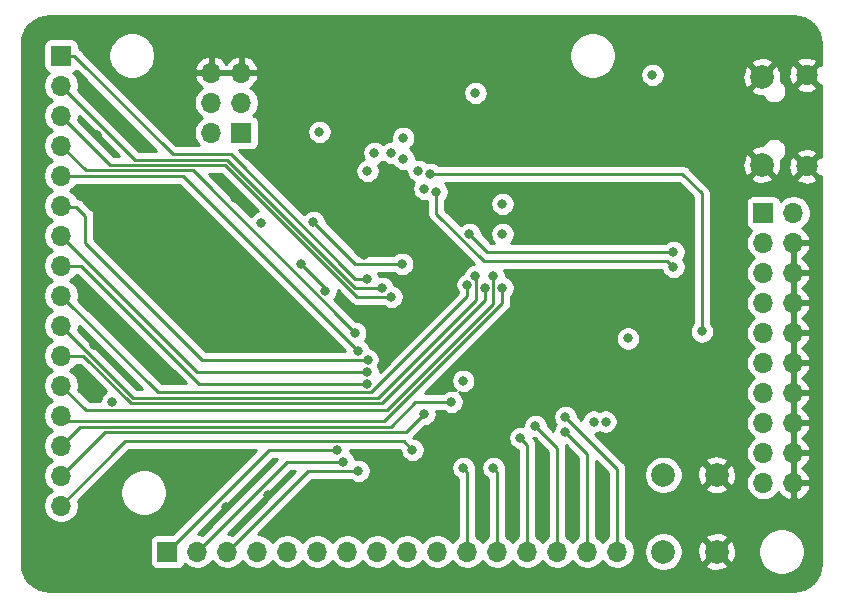
<source format=gbr>
%TF.GenerationSoftware,KiCad,Pcbnew,5.1.6-c6e7f7d~86~ubuntu20.04.1*%
%TF.CreationDate,2020-06-01T13:32:15+02:00*%
%TF.ProjectId,STM32103_Devel,53544d33-3231-4303-935f-446576656c2e,rev?*%
%TF.SameCoordinates,Original*%
%TF.FileFunction,Copper,L4,Bot*%
%TF.FilePolarity,Positive*%
%FSLAX46Y46*%
G04 Gerber Fmt 4.6, Leading zero omitted, Abs format (unit mm)*
G04 Created by KiCad (PCBNEW 5.1.6-c6e7f7d~86~ubuntu20.04.1) date 2020-06-01 13:32:15*
%MOMM*%
%LPD*%
G01*
G04 APERTURE LIST*
%TA.AperFunction,ComponentPad*%
%ADD10O,1.700000X1.700000*%
%TD*%
%TA.AperFunction,ComponentPad*%
%ADD11R,1.700000X1.700000*%
%TD*%
%TA.AperFunction,ComponentPad*%
%ADD12C,2.000000*%
%TD*%
%TA.AperFunction,ComponentPad*%
%ADD13C,1.800000*%
%TD*%
%TA.AperFunction,ViaPad*%
%ADD14C,0.800000*%
%TD*%
%TA.AperFunction,Conductor*%
%ADD15C,0.250000*%
%TD*%
%TA.AperFunction,Conductor*%
%ADD16C,0.254000*%
%TD*%
G04 APERTURE END LIST*
D10*
%TO.P,J5,16*%
%TO.N,/PB15*%
X151100000Y-116000000D03*
%TO.P,J5,15*%
%TO.N,/PB14*%
X148560000Y-116000000D03*
%TO.P,J5,14*%
%TO.N,/PB13*%
X146020000Y-116000000D03*
%TO.P,J5,13*%
%TO.N,/PB12*%
X143480000Y-116000000D03*
%TO.P,J5,12*%
%TO.N,/PB11*%
X140940000Y-116000000D03*
%TO.P,J5,11*%
%TO.N,/PB10*%
X138400000Y-116000000D03*
%TO.P,J5,10*%
%TO.N,/PB9*%
X135860000Y-116000000D03*
%TO.P,J5,9*%
%TO.N,/PB8*%
X133320000Y-116000000D03*
%TO.P,J5,8*%
%TO.N,/PB7*%
X130780000Y-116000000D03*
%TO.P,J5,7*%
%TO.N,/PB6*%
X128240000Y-116000000D03*
%TO.P,J5,6*%
%TO.N,/PB5*%
X125700000Y-116000000D03*
%TO.P,J5,5*%
%TO.N,/PB4*%
X123160000Y-116000000D03*
%TO.P,J5,4*%
%TO.N,/PB3*%
X120620000Y-116000000D03*
%TO.P,J5,3*%
%TO.N,/BOOT1*%
X118080000Y-116000000D03*
%TO.P,J5,2*%
%TO.N,/PB1*%
X115540000Y-116000000D03*
D11*
%TO.P,J5,1*%
%TO.N,/PB0*%
X113000000Y-116000000D03*
%TD*%
D10*
%TO.P,J3,20*%
%TO.N,GND*%
X166002000Y-110180000D03*
%TO.P,J3,19*%
%TO.N,Net-(J3-Pad19)*%
X163462000Y-110180000D03*
%TO.P,J3,18*%
%TO.N,GND*%
X166002000Y-107640000D03*
%TO.P,J3,17*%
%TO.N,Net-(J3-Pad17)*%
X163462000Y-107640000D03*
%TO.P,J3,16*%
%TO.N,GND*%
X166002000Y-105100000D03*
%TO.P,J3,15*%
%TO.N,/RST*%
X163462000Y-105100000D03*
%TO.P,J3,14*%
%TO.N,GND*%
X166002000Y-102560000D03*
%TO.P,J3,13*%
%TO.N,/PB3*%
X163462000Y-102560000D03*
%TO.P,J3,12*%
%TO.N,GND*%
X166002000Y-100020000D03*
%TO.P,J3,11*%
%TO.N,Net-(J3-Pad11)*%
X163462000Y-100020000D03*
%TO.P,J3,10*%
%TO.N,GND*%
X166002000Y-97480000D03*
%TO.P,J3,9*%
%TO.N,/PA14*%
X163462000Y-97480000D03*
%TO.P,J3,8*%
%TO.N,GND*%
X166002000Y-94940000D03*
%TO.P,J3,7*%
%TO.N,/PA13*%
X163462000Y-94940000D03*
%TO.P,J3,6*%
%TO.N,GND*%
X166002000Y-92400000D03*
%TO.P,J3,5*%
%TO.N,Net-(J3-Pad5)*%
X163462000Y-92400000D03*
%TO.P,J3,4*%
%TO.N,GND*%
X166002000Y-89860000D03*
%TO.P,J3,3*%
%TO.N,Net-(J3-Pad3)*%
X163462000Y-89860000D03*
%TO.P,J3,2*%
%TO.N,VCC*%
X166002000Y-87320000D03*
D11*
%TO.P,J3,1*%
X163462000Y-87320000D03*
%TD*%
D10*
%TO.P,J4,16*%
%TO.N,/PA15*%
X104000000Y-112100000D03*
%TO.P,J4,15*%
%TO.N,/PA14*%
X104000000Y-109560000D03*
%TO.P,J4,14*%
%TO.N,/PA13*%
X104000000Y-107020000D03*
%TO.P,J4,13*%
%TO.N,/PA12*%
X104000000Y-104480000D03*
%TO.P,J4,12*%
%TO.N,/PA11*%
X104000000Y-101940000D03*
%TO.P,J4,11*%
%TO.N,/PA10*%
X104000000Y-99400000D03*
%TO.P,J4,10*%
%TO.N,/PA9*%
X104000000Y-96860000D03*
%TO.P,J4,9*%
%TO.N,/PA8*%
X104000000Y-94320000D03*
%TO.P,J4,8*%
%TO.N,/PA7*%
X104000000Y-91780000D03*
%TO.P,J4,7*%
%TO.N,/PA6*%
X104000000Y-89240000D03*
%TO.P,J4,6*%
%TO.N,/PA5*%
X104000000Y-86700000D03*
%TO.P,J4,5*%
%TO.N,/PA4*%
X104000000Y-84160000D03*
%TO.P,J4,4*%
%TO.N,/PA3*%
X104000000Y-81620000D03*
%TO.P,J4,3*%
%TO.N,/PA2*%
X104000000Y-79080000D03*
%TO.P,J4,2*%
%TO.N,/PA1*%
X104000000Y-76540000D03*
D11*
%TO.P,J4,1*%
%TO.N,/PA0*%
X104000000Y-74000000D03*
%TD*%
D12*
%TO.P,SW1,1*%
%TO.N,/RST*%
X155000000Y-109500000D03*
%TO.P,SW1,2*%
%TO.N,GND*%
X159500000Y-109500000D03*
%TO.P,SW1,1*%
%TO.N,/RST*%
X155000000Y-116000000D03*
%TO.P,SW1,2*%
%TO.N,GND*%
X159500000Y-116000000D03*
%TD*%
D13*
%TO.P,J2,6*%
%TO.N,GND*%
X167126500Y-75634500D03*
X167126500Y-83384500D03*
D12*
X163326500Y-75784500D03*
X163326500Y-83234500D03*
%TD*%
D10*
%TO.P,J1,6*%
%TO.N,GND*%
X116726000Y-75445500D03*
%TO.P,J1,5*%
X119266000Y-75445500D03*
%TO.P,J1,4*%
%TO.N,Net-(J1-Pad4)*%
X116726000Y-77985500D03*
%TO.P,J1,3*%
%TO.N,Net-(J1-Pad3)*%
X119266000Y-77985500D03*
%TO.P,J1,2*%
%TO.N,VCC*%
X116726000Y-80525500D03*
D11*
%TO.P,J1,1*%
X119266000Y-80525500D03*
%TD*%
D14*
%TO.N,VCC*%
X139078000Y-77160000D03*
X141364000Y-86558000D03*
X152000000Y-97956000D03*
X150100000Y-105000000D03*
X149084000Y-105000000D03*
X154064000Y-75636000D03*
X108344000Y-103322000D03*
X120944443Y-88181557D03*
X138057336Y-101539345D03*
X125870000Y-80462000D03*
%TO.N,GND*%
X135014000Y-109164000D03*
X126378000Y-112466000D03*
X131712000Y-113990000D03*
X129680000Y-114244000D03*
X121806000Y-114498000D03*
X124473000Y-98242000D03*
X108090000Y-78430000D03*
X107074000Y-80716000D03*
X106820000Y-94686000D03*
X134379000Y-93670000D03*
X129680000Y-90876000D03*
X149746000Y-113482000D03*
X147206000Y-113228000D03*
X144666000Y-113228000D03*
X121552000Y-111196000D03*
X106058000Y-101798000D03*
X106820000Y-98496000D03*
X118504000Y-91130000D03*
X153556000Y-81986000D03*
X161430000Y-95956000D03*
X118758000Y-86050000D03*
X117996000Y-112212000D03*
%TO.N,/RST*%
X126382660Y-93919348D03*
X124350661Y-91633341D03*
%TO.N,/PB5*%
X132977347Y-80974653D03*
%TO.N,/BOOT1*%
X125362000Y-88082000D03*
X129172000Y-109164000D03*
X132891990Y-91638000D03*
%TO.N,/PA12*%
X141364000Y-93670000D03*
X141364000Y-89098000D03*
%TO.N,/PA11*%
X140602000Y-92654000D03*
%TO.N,/PB9*%
X129938653Y-83759347D03*
%TO.N,/PB8*%
X130525000Y-82240000D03*
%TO.N,/PB7*%
X131975000Y-82240000D03*
%TO.N,/PB6*%
X132982000Y-82748000D03*
%TO.N,/PB4*%
X134256653Y-83768653D03*
%TO.N,/PB3*%
X135268000Y-84018000D03*
X158255000Y-97353000D03*
%TO.N,/PA15*%
X133744000Y-107386000D03*
X134760000Y-85288000D03*
%TO.N,/PA14*%
X155842000Y-91892000D03*
X134760000Y-104338000D03*
X135776000Y-85542000D03*
%TO.N,/PA13*%
X155842000Y-90622000D03*
X138570000Y-89098000D03*
X137046000Y-103322000D03*
%TO.N,/PA10*%
X139876990Y-93670000D03*
%TO.N,/PA9*%
X139078954Y-92652936D03*
%TO.N,/PA8*%
X138410968Y-93397125D03*
%TO.N,/PB15*%
X146698000Y-104592000D03*
%TO.N,/PB14*%
X146698000Y-105862000D03*
%TO.N,/PB13*%
X144158000Y-105354002D03*
%TO.N,/PB12*%
X142888000Y-106369998D03*
%TO.N,/PB11*%
X140602000Y-108910000D03*
%TO.N,/PB10*%
X138062000Y-108910000D03*
%TO.N,/PB1*%
X127902000Y-108402000D03*
%TO.N,/PB0*%
X127394000Y-107386000D03*
%TO.N,/PA7*%
X129934000Y-101798000D03*
%TO.N,/PA6*%
X129934000Y-100782000D03*
%TO.N,/PA5*%
X129953679Y-99737002D03*
%TO.N,/PA4*%
X129172000Y-99004008D03*
%TO.N,/PA3*%
X128913728Y-97484540D03*
%TO.N,/PA2*%
X131966000Y-94432000D03*
%TO.N,/PA1*%
X131204000Y-93670000D03*
%TO.N,/PA0*%
X129934000Y-92908000D03*
%TD*%
D15*
%TO.N,/RST*%
X124350661Y-91633341D02*
X126382660Y-93665340D01*
X126382660Y-93665340D02*
X126382660Y-93919348D01*
%TO.N,/BOOT1*%
X124916000Y-109164000D02*
X129172000Y-109164000D01*
X118080000Y-116000000D02*
X121583000Y-112497000D01*
X121583000Y-112497000D02*
X124916000Y-109164000D01*
X125362000Y-88082000D02*
X128918000Y-91638000D01*
X128918000Y-91638000D02*
X132891990Y-91638000D01*
%TO.N,/PA12*%
X104481978Y-104961978D02*
X131349559Y-104961978D01*
X131349559Y-104961978D02*
X141364000Y-94947537D01*
X104000000Y-104480000D02*
X104481978Y-104961978D01*
X141364000Y-94947537D02*
X141364000Y-93670000D01*
%TO.N,/PA11*%
X140602000Y-95073127D02*
X140602000Y-92654000D01*
X104000000Y-101940000D02*
X106107001Y-104047001D01*
X106107001Y-104047001D02*
X131628126Y-104047001D01*
X131628126Y-104047001D02*
X140602000Y-95073127D01*
%TO.N,/PB3*%
X135268000Y-84018000D02*
X156604000Y-84018000D01*
X156604000Y-84018000D02*
X158255000Y-85669000D01*
X158255000Y-85669000D02*
X158255000Y-97353000D01*
%TO.N,/PA15*%
X104000000Y-112100000D02*
X108852000Y-107248000D01*
X133018999Y-106660999D02*
X133744000Y-107386000D01*
X109439001Y-106660999D02*
X133018999Y-106660999D01*
X108852000Y-107248000D02*
X109439001Y-106660999D01*
%TO.N,/PA14*%
X107698000Y-105862000D02*
X133236000Y-105862000D01*
X133236000Y-105862000D02*
X134760000Y-104338000D01*
X104000000Y-109560000D02*
X107698000Y-105862000D01*
X135776000Y-87377002D02*
X139782998Y-91384000D01*
X135776000Y-85542000D02*
X135776000Y-87377002D01*
X155334000Y-91384000D02*
X155842000Y-91892000D01*
X139782998Y-91384000D02*
X155334000Y-91384000D01*
%TO.N,/PA13*%
X131908011Y-105411989D02*
X133998000Y-103322000D01*
X104000000Y-107020000D02*
X105608011Y-105411989D01*
X105608011Y-105411989D02*
X131908011Y-105411989D01*
X133998000Y-103322000D02*
X137046000Y-103322000D01*
X140094000Y-90622000D02*
X138570000Y-89098000D01*
X155842000Y-90622000D02*
X140094000Y-90622000D01*
%TO.N,/PA10*%
X105903590Y-99400000D02*
X109926611Y-103423021D01*
X131160656Y-103423021D02*
X139876990Y-94706687D01*
X139876990Y-94706687D02*
X139876990Y-93670000D01*
X109926611Y-103423021D02*
X131160656Y-103423021D01*
X104000000Y-99400000D02*
X105903590Y-99400000D01*
%TO.N,/PA9*%
X110113010Y-102973010D02*
X130848675Y-102973010D01*
X139151989Y-94669696D02*
X139151989Y-92725971D01*
X139151989Y-92725971D02*
X139078954Y-92652936D01*
X130848675Y-102973010D02*
X139151989Y-94669696D01*
X104000000Y-96860000D02*
X110113010Y-102973010D01*
%TO.N,/PA8*%
X104000000Y-94320000D02*
X112203001Y-102523001D01*
X112203001Y-102523001D02*
X130282684Y-102523001D01*
X138410968Y-94394717D02*
X138410968Y-93397125D01*
X130282684Y-102523001D02*
X138410968Y-94394717D01*
%TO.N,/PB15*%
X151100000Y-116000000D02*
X151100000Y-108994000D01*
X151100000Y-108994000D02*
X146698000Y-104592000D01*
%TO.N,/PB14*%
X148560000Y-107724000D02*
X146698000Y-105862000D01*
X148560000Y-116000000D02*
X148560000Y-107724000D01*
%TO.N,/PB13*%
X146020000Y-116000000D02*
X146020000Y-107216002D01*
X146020000Y-107216002D02*
X144158000Y-105354002D01*
%TO.N,/PB12*%
X143480000Y-116000000D02*
X143480000Y-106961998D01*
X143480000Y-106961998D02*
X142888000Y-106369998D01*
%TO.N,/PB11*%
X140940000Y-116000000D02*
X140940000Y-109248000D01*
X140940000Y-109248000D02*
X140602000Y-108910000D01*
%TO.N,/PB10*%
X138400000Y-109248000D02*
X138062000Y-108910000D01*
X138400000Y-116000000D02*
X138400000Y-109248000D01*
%TO.N,/PB1*%
X123138000Y-108402000D02*
X127902000Y-108402000D01*
X115540000Y-116000000D02*
X123138000Y-108402000D01*
%TO.N,/PB0*%
X121614000Y-107386000D02*
X127394000Y-107386000D01*
X113000000Y-116000000D02*
X121614000Y-107386000D01*
%TO.N,/PA7*%
X104000000Y-91780000D02*
X105692000Y-91780000D01*
X115710000Y-101798000D02*
X129934000Y-101798000D01*
X105692000Y-91780000D02*
X115710000Y-101798000D01*
%TO.N,/PA6*%
X104000000Y-89240000D02*
X115542000Y-100782000D01*
X115542000Y-100782000D02*
X129934000Y-100782000D01*
%TO.N,/PA5*%
X115935002Y-99737002D02*
X129953679Y-99737002D01*
X106058000Y-87574000D02*
X106058000Y-89860000D01*
X106058000Y-89860000D02*
X115935002Y-99737002D01*
X105296000Y-86812000D02*
X106058000Y-87574000D01*
X104000000Y-86812000D02*
X105296000Y-86812000D01*
X104000000Y-86700000D02*
X104000000Y-86812000D01*
%TO.N,/PA4*%
X114327992Y-84160000D02*
X129172000Y-99004008D01*
X104000000Y-84160000D02*
X114327992Y-84160000D01*
%TO.N,/PA3*%
X115139177Y-83709989D02*
X128913728Y-97484540D01*
X106089989Y-83709989D02*
X115139177Y-83709989D01*
X104000000Y-81620000D02*
X106089989Y-83709989D01*
%TO.N,/PA2*%
X104000000Y-79080000D02*
X108176000Y-83256000D01*
X129043590Y-94432000D02*
X131966000Y-94432000D01*
X108176000Y-83256000D02*
X117867590Y-83256000D01*
X117867590Y-83256000D02*
X129043590Y-94432000D01*
%TO.N,/PA1*%
X110265989Y-82805989D02*
X118053990Y-82805989D01*
X128918000Y-93670000D02*
X131204000Y-93670000D01*
X118053990Y-82805989D02*
X128918000Y-93670000D01*
X104000000Y-76540000D02*
X110265989Y-82805989D01*
%TO.N,/PA0*%
X105100000Y-74000000D02*
X113455978Y-82355978D01*
X113455978Y-82355978D02*
X118365978Y-82355978D01*
X104000000Y-74000000D02*
X105100000Y-74000000D01*
X118365978Y-82355978D02*
X128918000Y-92908000D01*
X128918000Y-92908000D02*
X129934000Y-92908000D01*
%TD*%
D16*
%TO.N,GND*%
G36*
X166453893Y-70707670D02*
G01*
X166890498Y-70839489D01*
X167293185Y-71053600D01*
X167646612Y-71341848D01*
X167937327Y-71693261D01*
X168154242Y-72094439D01*
X168289106Y-72530113D01*
X168340000Y-73014344D01*
X168340000Y-74799218D01*
X168190580Y-74750025D01*
X167306105Y-75634500D01*
X168190580Y-76518975D01*
X168340000Y-76469782D01*
X168340000Y-82549218D01*
X168190580Y-82500025D01*
X167306105Y-83384500D01*
X168190580Y-84268975D01*
X168340000Y-84219782D01*
X168340001Y-116967711D01*
X168292330Y-117453894D01*
X168160512Y-117890497D01*
X167946399Y-118293186D01*
X167658150Y-118646613D01*
X167306739Y-118937327D01*
X166905564Y-119154240D01*
X166469886Y-119289106D01*
X165985664Y-119340000D01*
X103032279Y-119340000D01*
X102546106Y-119292330D01*
X102109503Y-119160512D01*
X101706814Y-118946399D01*
X101353387Y-118658150D01*
X101062673Y-118306739D01*
X100845760Y-117905564D01*
X100710894Y-117469886D01*
X100660000Y-116985664D01*
X100660000Y-73150000D01*
X102511928Y-73150000D01*
X102511928Y-74850000D01*
X102524188Y-74974482D01*
X102560498Y-75094180D01*
X102619463Y-75204494D01*
X102698815Y-75301185D01*
X102795506Y-75380537D01*
X102905820Y-75439502D01*
X102978380Y-75461513D01*
X102846525Y-75593368D01*
X102684010Y-75836589D01*
X102572068Y-76106842D01*
X102515000Y-76393740D01*
X102515000Y-76686260D01*
X102572068Y-76973158D01*
X102684010Y-77243411D01*
X102846525Y-77486632D01*
X103053368Y-77693475D01*
X103227760Y-77810000D01*
X103053368Y-77926525D01*
X102846525Y-78133368D01*
X102684010Y-78376589D01*
X102572068Y-78646842D01*
X102515000Y-78933740D01*
X102515000Y-79226260D01*
X102572068Y-79513158D01*
X102684010Y-79783411D01*
X102846525Y-80026632D01*
X103053368Y-80233475D01*
X103227760Y-80350000D01*
X103053368Y-80466525D01*
X102846525Y-80673368D01*
X102684010Y-80916589D01*
X102572068Y-81186842D01*
X102515000Y-81473740D01*
X102515000Y-81766260D01*
X102572068Y-82053158D01*
X102684010Y-82323411D01*
X102846525Y-82566632D01*
X103053368Y-82773475D01*
X103227760Y-82890000D01*
X103053368Y-83006525D01*
X102846525Y-83213368D01*
X102684010Y-83456589D01*
X102572068Y-83726842D01*
X102515000Y-84013740D01*
X102515000Y-84306260D01*
X102572068Y-84593158D01*
X102684010Y-84863411D01*
X102846525Y-85106632D01*
X103053368Y-85313475D01*
X103227760Y-85430000D01*
X103053368Y-85546525D01*
X102846525Y-85753368D01*
X102684010Y-85996589D01*
X102572068Y-86266842D01*
X102515000Y-86553740D01*
X102515000Y-86846260D01*
X102572068Y-87133158D01*
X102684010Y-87403411D01*
X102846525Y-87646632D01*
X103053368Y-87853475D01*
X103227760Y-87970000D01*
X103053368Y-88086525D01*
X102846525Y-88293368D01*
X102684010Y-88536589D01*
X102572068Y-88806842D01*
X102515000Y-89093740D01*
X102515000Y-89386260D01*
X102572068Y-89673158D01*
X102684010Y-89943411D01*
X102846525Y-90186632D01*
X103053368Y-90393475D01*
X103227760Y-90510000D01*
X103053368Y-90626525D01*
X102846525Y-90833368D01*
X102684010Y-91076589D01*
X102572068Y-91346842D01*
X102515000Y-91633740D01*
X102515000Y-91926260D01*
X102572068Y-92213158D01*
X102684010Y-92483411D01*
X102846525Y-92726632D01*
X103053368Y-92933475D01*
X103227760Y-93050000D01*
X103053368Y-93166525D01*
X102846525Y-93373368D01*
X102684010Y-93616589D01*
X102572068Y-93886842D01*
X102515000Y-94173740D01*
X102515000Y-94466260D01*
X102572068Y-94753158D01*
X102684010Y-95023411D01*
X102846525Y-95266632D01*
X103053368Y-95473475D01*
X103227760Y-95590000D01*
X103053368Y-95706525D01*
X102846525Y-95913368D01*
X102684010Y-96156589D01*
X102572068Y-96426842D01*
X102515000Y-96713740D01*
X102515000Y-97006260D01*
X102572068Y-97293158D01*
X102684010Y-97563411D01*
X102846525Y-97806632D01*
X103053368Y-98013475D01*
X103227760Y-98130000D01*
X103053368Y-98246525D01*
X102846525Y-98453368D01*
X102684010Y-98696589D01*
X102572068Y-98966842D01*
X102515000Y-99253740D01*
X102515000Y-99546260D01*
X102572068Y-99833158D01*
X102684010Y-100103411D01*
X102846525Y-100346632D01*
X103053368Y-100553475D01*
X103227760Y-100670000D01*
X103053368Y-100786525D01*
X102846525Y-100993368D01*
X102684010Y-101236589D01*
X102572068Y-101506842D01*
X102515000Y-101793740D01*
X102515000Y-102086260D01*
X102572068Y-102373158D01*
X102684010Y-102643411D01*
X102846525Y-102886632D01*
X103053368Y-103093475D01*
X103227760Y-103210000D01*
X103053368Y-103326525D01*
X102846525Y-103533368D01*
X102684010Y-103776589D01*
X102572068Y-104046842D01*
X102515000Y-104333740D01*
X102515000Y-104626260D01*
X102572068Y-104913158D01*
X102684010Y-105183411D01*
X102846525Y-105426632D01*
X103053368Y-105633475D01*
X103227760Y-105750000D01*
X103053368Y-105866525D01*
X102846525Y-106073368D01*
X102684010Y-106316589D01*
X102572068Y-106586842D01*
X102515000Y-106873740D01*
X102515000Y-107166260D01*
X102572068Y-107453158D01*
X102684010Y-107723411D01*
X102846525Y-107966632D01*
X103053368Y-108173475D01*
X103227760Y-108290000D01*
X103053368Y-108406525D01*
X102846525Y-108613368D01*
X102684010Y-108856589D01*
X102572068Y-109126842D01*
X102515000Y-109413740D01*
X102515000Y-109706260D01*
X102572068Y-109993158D01*
X102684010Y-110263411D01*
X102846525Y-110506632D01*
X103053368Y-110713475D01*
X103227760Y-110830000D01*
X103053368Y-110946525D01*
X102846525Y-111153368D01*
X102684010Y-111396589D01*
X102572068Y-111666842D01*
X102515000Y-111953740D01*
X102515000Y-112246260D01*
X102572068Y-112533158D01*
X102684010Y-112803411D01*
X102846525Y-113046632D01*
X103053368Y-113253475D01*
X103296589Y-113415990D01*
X103566842Y-113527932D01*
X103853740Y-113585000D01*
X104146260Y-113585000D01*
X104433158Y-113527932D01*
X104703411Y-113415990D01*
X104946632Y-113253475D01*
X105153475Y-113046632D01*
X105315990Y-112803411D01*
X105427932Y-112533158D01*
X105485000Y-112246260D01*
X105485000Y-111953740D01*
X105441209Y-111733592D01*
X106370306Y-110804495D01*
X109015000Y-110804495D01*
X109015000Y-111195505D01*
X109091282Y-111579003D01*
X109240915Y-111940250D01*
X109458149Y-112265364D01*
X109734636Y-112541851D01*
X110059750Y-112759085D01*
X110420997Y-112908718D01*
X110804495Y-112985000D01*
X111195505Y-112985000D01*
X111579003Y-112908718D01*
X111940250Y-112759085D01*
X112265364Y-112541851D01*
X112541851Y-112265364D01*
X112759085Y-111940250D01*
X112908718Y-111579003D01*
X112985000Y-111195505D01*
X112985000Y-110804495D01*
X112908718Y-110420997D01*
X112759085Y-110059750D01*
X112541851Y-109734636D01*
X112265364Y-109458149D01*
X111940250Y-109240915D01*
X111579003Y-109091282D01*
X111195505Y-109015000D01*
X110804495Y-109015000D01*
X110420997Y-109091282D01*
X110059750Y-109240915D01*
X109734636Y-109458149D01*
X109458149Y-109734636D01*
X109240915Y-110059750D01*
X109091282Y-110420997D01*
X109015000Y-110804495D01*
X106370306Y-110804495D01*
X109415799Y-107759003D01*
X109415803Y-107758998D01*
X109753803Y-107420999D01*
X120504199Y-107420999D01*
X113413271Y-114511928D01*
X112150000Y-114511928D01*
X112025518Y-114524188D01*
X111905820Y-114560498D01*
X111795506Y-114619463D01*
X111698815Y-114698815D01*
X111619463Y-114795506D01*
X111560498Y-114905820D01*
X111524188Y-115025518D01*
X111511928Y-115150000D01*
X111511928Y-116850000D01*
X111524188Y-116974482D01*
X111560498Y-117094180D01*
X111619463Y-117204494D01*
X111698815Y-117301185D01*
X111795506Y-117380537D01*
X111905820Y-117439502D01*
X112025518Y-117475812D01*
X112150000Y-117488072D01*
X113850000Y-117488072D01*
X113974482Y-117475812D01*
X114094180Y-117439502D01*
X114204494Y-117380537D01*
X114301185Y-117301185D01*
X114380537Y-117204494D01*
X114439502Y-117094180D01*
X114461513Y-117021620D01*
X114593368Y-117153475D01*
X114836589Y-117315990D01*
X115106842Y-117427932D01*
X115393740Y-117485000D01*
X115686260Y-117485000D01*
X115973158Y-117427932D01*
X116243411Y-117315990D01*
X116486632Y-117153475D01*
X116693475Y-116946632D01*
X116810000Y-116772240D01*
X116926525Y-116946632D01*
X117133368Y-117153475D01*
X117376589Y-117315990D01*
X117646842Y-117427932D01*
X117933740Y-117485000D01*
X118226260Y-117485000D01*
X118513158Y-117427932D01*
X118783411Y-117315990D01*
X119026632Y-117153475D01*
X119233475Y-116946632D01*
X119350000Y-116772240D01*
X119466525Y-116946632D01*
X119673368Y-117153475D01*
X119916589Y-117315990D01*
X120186842Y-117427932D01*
X120473740Y-117485000D01*
X120766260Y-117485000D01*
X121053158Y-117427932D01*
X121323411Y-117315990D01*
X121566632Y-117153475D01*
X121773475Y-116946632D01*
X121890000Y-116772240D01*
X122006525Y-116946632D01*
X122213368Y-117153475D01*
X122456589Y-117315990D01*
X122726842Y-117427932D01*
X123013740Y-117485000D01*
X123306260Y-117485000D01*
X123593158Y-117427932D01*
X123863411Y-117315990D01*
X124106632Y-117153475D01*
X124313475Y-116946632D01*
X124430000Y-116772240D01*
X124546525Y-116946632D01*
X124753368Y-117153475D01*
X124996589Y-117315990D01*
X125266842Y-117427932D01*
X125553740Y-117485000D01*
X125846260Y-117485000D01*
X126133158Y-117427932D01*
X126403411Y-117315990D01*
X126646632Y-117153475D01*
X126853475Y-116946632D01*
X126970000Y-116772240D01*
X127086525Y-116946632D01*
X127293368Y-117153475D01*
X127536589Y-117315990D01*
X127806842Y-117427932D01*
X128093740Y-117485000D01*
X128386260Y-117485000D01*
X128673158Y-117427932D01*
X128943411Y-117315990D01*
X129186632Y-117153475D01*
X129393475Y-116946632D01*
X129510000Y-116772240D01*
X129626525Y-116946632D01*
X129833368Y-117153475D01*
X130076589Y-117315990D01*
X130346842Y-117427932D01*
X130633740Y-117485000D01*
X130926260Y-117485000D01*
X131213158Y-117427932D01*
X131483411Y-117315990D01*
X131726632Y-117153475D01*
X131933475Y-116946632D01*
X132050000Y-116772240D01*
X132166525Y-116946632D01*
X132373368Y-117153475D01*
X132616589Y-117315990D01*
X132886842Y-117427932D01*
X133173740Y-117485000D01*
X133466260Y-117485000D01*
X133753158Y-117427932D01*
X134023411Y-117315990D01*
X134266632Y-117153475D01*
X134473475Y-116946632D01*
X134590000Y-116772240D01*
X134706525Y-116946632D01*
X134913368Y-117153475D01*
X135156589Y-117315990D01*
X135426842Y-117427932D01*
X135713740Y-117485000D01*
X136006260Y-117485000D01*
X136293158Y-117427932D01*
X136563411Y-117315990D01*
X136806632Y-117153475D01*
X137013475Y-116946632D01*
X137130000Y-116772240D01*
X137246525Y-116946632D01*
X137453368Y-117153475D01*
X137696589Y-117315990D01*
X137966842Y-117427932D01*
X138253740Y-117485000D01*
X138546260Y-117485000D01*
X138833158Y-117427932D01*
X139103411Y-117315990D01*
X139346632Y-117153475D01*
X139553475Y-116946632D01*
X139670000Y-116772240D01*
X139786525Y-116946632D01*
X139993368Y-117153475D01*
X140236589Y-117315990D01*
X140506842Y-117427932D01*
X140793740Y-117485000D01*
X141086260Y-117485000D01*
X141373158Y-117427932D01*
X141643411Y-117315990D01*
X141886632Y-117153475D01*
X142093475Y-116946632D01*
X142210000Y-116772240D01*
X142326525Y-116946632D01*
X142533368Y-117153475D01*
X142776589Y-117315990D01*
X143046842Y-117427932D01*
X143333740Y-117485000D01*
X143626260Y-117485000D01*
X143913158Y-117427932D01*
X144183411Y-117315990D01*
X144426632Y-117153475D01*
X144633475Y-116946632D01*
X144750000Y-116772240D01*
X144866525Y-116946632D01*
X145073368Y-117153475D01*
X145316589Y-117315990D01*
X145586842Y-117427932D01*
X145873740Y-117485000D01*
X146166260Y-117485000D01*
X146453158Y-117427932D01*
X146723411Y-117315990D01*
X146966632Y-117153475D01*
X147173475Y-116946632D01*
X147290000Y-116772240D01*
X147406525Y-116946632D01*
X147613368Y-117153475D01*
X147856589Y-117315990D01*
X148126842Y-117427932D01*
X148413740Y-117485000D01*
X148706260Y-117485000D01*
X148993158Y-117427932D01*
X149263411Y-117315990D01*
X149506632Y-117153475D01*
X149713475Y-116946632D01*
X149830000Y-116772240D01*
X149946525Y-116946632D01*
X150153368Y-117153475D01*
X150396589Y-117315990D01*
X150666842Y-117427932D01*
X150953740Y-117485000D01*
X151246260Y-117485000D01*
X151533158Y-117427932D01*
X151803411Y-117315990D01*
X152046632Y-117153475D01*
X152253475Y-116946632D01*
X152415990Y-116703411D01*
X152527932Y-116433158D01*
X152585000Y-116146260D01*
X152585000Y-115853740D01*
X152582062Y-115838967D01*
X153365000Y-115838967D01*
X153365000Y-116161033D01*
X153427832Y-116476912D01*
X153551082Y-116774463D01*
X153730013Y-117042252D01*
X153957748Y-117269987D01*
X154225537Y-117448918D01*
X154523088Y-117572168D01*
X154838967Y-117635000D01*
X155161033Y-117635000D01*
X155476912Y-117572168D01*
X155774463Y-117448918D01*
X156042252Y-117269987D01*
X156176826Y-117135413D01*
X158544192Y-117135413D01*
X158639956Y-117399814D01*
X158929571Y-117540704D01*
X159241108Y-117622384D01*
X159562595Y-117641718D01*
X159881675Y-117597961D01*
X160186088Y-117492795D01*
X160360044Y-117399814D01*
X160455808Y-117135413D01*
X159500000Y-116179605D01*
X158544192Y-117135413D01*
X156176826Y-117135413D01*
X156269987Y-117042252D01*
X156448918Y-116774463D01*
X156572168Y-116476912D01*
X156635000Y-116161033D01*
X156635000Y-116062595D01*
X157858282Y-116062595D01*
X157902039Y-116381675D01*
X158007205Y-116686088D01*
X158100186Y-116860044D01*
X158364587Y-116955808D01*
X159320395Y-116000000D01*
X159679605Y-116000000D01*
X160635413Y-116955808D01*
X160899814Y-116860044D01*
X161040704Y-116570429D01*
X161122384Y-116258892D01*
X161141718Y-115937405D01*
X161123492Y-115804495D01*
X163015000Y-115804495D01*
X163015000Y-116195505D01*
X163091282Y-116579003D01*
X163240915Y-116940250D01*
X163458149Y-117265364D01*
X163734636Y-117541851D01*
X164059750Y-117759085D01*
X164420997Y-117908718D01*
X164804495Y-117985000D01*
X165195505Y-117985000D01*
X165579003Y-117908718D01*
X165940250Y-117759085D01*
X166265364Y-117541851D01*
X166541851Y-117265364D01*
X166759085Y-116940250D01*
X166908718Y-116579003D01*
X166985000Y-116195505D01*
X166985000Y-115804495D01*
X166908718Y-115420997D01*
X166759085Y-115059750D01*
X166541851Y-114734636D01*
X166265364Y-114458149D01*
X165940250Y-114240915D01*
X165579003Y-114091282D01*
X165195505Y-114015000D01*
X164804495Y-114015000D01*
X164420997Y-114091282D01*
X164059750Y-114240915D01*
X163734636Y-114458149D01*
X163458149Y-114734636D01*
X163240915Y-115059750D01*
X163091282Y-115420997D01*
X163015000Y-115804495D01*
X161123492Y-115804495D01*
X161097961Y-115618325D01*
X160992795Y-115313912D01*
X160899814Y-115139956D01*
X160635413Y-115044192D01*
X159679605Y-116000000D01*
X159320395Y-116000000D01*
X158364587Y-115044192D01*
X158100186Y-115139956D01*
X157959296Y-115429571D01*
X157877616Y-115741108D01*
X157858282Y-116062595D01*
X156635000Y-116062595D01*
X156635000Y-115838967D01*
X156572168Y-115523088D01*
X156448918Y-115225537D01*
X156269987Y-114957748D01*
X156176826Y-114864587D01*
X158544192Y-114864587D01*
X159500000Y-115820395D01*
X160455808Y-114864587D01*
X160360044Y-114600186D01*
X160070429Y-114459296D01*
X159758892Y-114377616D01*
X159437405Y-114358282D01*
X159118325Y-114402039D01*
X158813912Y-114507205D01*
X158639956Y-114600186D01*
X158544192Y-114864587D01*
X156176826Y-114864587D01*
X156042252Y-114730013D01*
X155774463Y-114551082D01*
X155476912Y-114427832D01*
X155161033Y-114365000D01*
X154838967Y-114365000D01*
X154523088Y-114427832D01*
X154225537Y-114551082D01*
X153957748Y-114730013D01*
X153730013Y-114957748D01*
X153551082Y-115225537D01*
X153427832Y-115523088D01*
X153365000Y-115838967D01*
X152582062Y-115838967D01*
X152527932Y-115566842D01*
X152415990Y-115296589D01*
X152253475Y-115053368D01*
X152046632Y-114846525D01*
X151860000Y-114721822D01*
X151860000Y-109338967D01*
X153365000Y-109338967D01*
X153365000Y-109661033D01*
X153427832Y-109976912D01*
X153551082Y-110274463D01*
X153730013Y-110542252D01*
X153957748Y-110769987D01*
X154225537Y-110948918D01*
X154523088Y-111072168D01*
X154838967Y-111135000D01*
X155161033Y-111135000D01*
X155476912Y-111072168D01*
X155774463Y-110948918D01*
X156042252Y-110769987D01*
X156176826Y-110635413D01*
X158544192Y-110635413D01*
X158639956Y-110899814D01*
X158929571Y-111040704D01*
X159241108Y-111122384D01*
X159562595Y-111141718D01*
X159881675Y-111097961D01*
X160186088Y-110992795D01*
X160360044Y-110899814D01*
X160455808Y-110635413D01*
X159500000Y-109679605D01*
X158544192Y-110635413D01*
X156176826Y-110635413D01*
X156269987Y-110542252D01*
X156448918Y-110274463D01*
X156572168Y-109976912D01*
X156635000Y-109661033D01*
X156635000Y-109562595D01*
X157858282Y-109562595D01*
X157902039Y-109881675D01*
X158007205Y-110186088D01*
X158100186Y-110360044D01*
X158364587Y-110455808D01*
X159320395Y-109500000D01*
X159679605Y-109500000D01*
X160635413Y-110455808D01*
X160899814Y-110360044D01*
X161040704Y-110070429D01*
X161122384Y-109758892D01*
X161141718Y-109437405D01*
X161097961Y-109118325D01*
X160992795Y-108813912D01*
X160899814Y-108639956D01*
X160635413Y-108544192D01*
X159679605Y-109500000D01*
X159320395Y-109500000D01*
X158364587Y-108544192D01*
X158100186Y-108639956D01*
X157959296Y-108929571D01*
X157877616Y-109241108D01*
X157858282Y-109562595D01*
X156635000Y-109562595D01*
X156635000Y-109338967D01*
X156572168Y-109023088D01*
X156448918Y-108725537D01*
X156269987Y-108457748D01*
X156176826Y-108364587D01*
X158544192Y-108364587D01*
X159500000Y-109320395D01*
X160455808Y-108364587D01*
X160360044Y-108100186D01*
X160070429Y-107959296D01*
X159758892Y-107877616D01*
X159437405Y-107858282D01*
X159118325Y-107902039D01*
X158813912Y-108007205D01*
X158639956Y-108100186D01*
X158544192Y-108364587D01*
X156176826Y-108364587D01*
X156042252Y-108230013D01*
X155774463Y-108051082D01*
X155476912Y-107927832D01*
X155161033Y-107865000D01*
X154838967Y-107865000D01*
X154523088Y-107927832D01*
X154225537Y-108051082D01*
X153957748Y-108230013D01*
X153730013Y-108457748D01*
X153551082Y-108725537D01*
X153427832Y-109023088D01*
X153365000Y-109338967D01*
X151860000Y-109338967D01*
X151860000Y-109031322D01*
X151863676Y-108993999D01*
X151860000Y-108956676D01*
X151860000Y-108956667D01*
X151849003Y-108845014D01*
X151805546Y-108701753D01*
X151772682Y-108640269D01*
X151734974Y-108569723D01*
X151663799Y-108482997D01*
X151640001Y-108453999D01*
X151611003Y-108430201D01*
X149210847Y-106030046D01*
X149385898Y-105995226D01*
X149574256Y-105917205D01*
X149592000Y-105905349D01*
X149609744Y-105917205D01*
X149798102Y-105995226D01*
X149998061Y-106035000D01*
X150201939Y-106035000D01*
X150401898Y-105995226D01*
X150590256Y-105917205D01*
X150759774Y-105803937D01*
X150903937Y-105659774D01*
X151017205Y-105490256D01*
X151095226Y-105301898D01*
X151135000Y-105101939D01*
X151135000Y-104898061D01*
X151095226Y-104698102D01*
X151017205Y-104509744D01*
X150903937Y-104340226D01*
X150759774Y-104196063D01*
X150590256Y-104082795D01*
X150401898Y-104004774D01*
X150201939Y-103965000D01*
X149998061Y-103965000D01*
X149798102Y-104004774D01*
X149609744Y-104082795D01*
X149592000Y-104094651D01*
X149574256Y-104082795D01*
X149385898Y-104004774D01*
X149185939Y-103965000D01*
X148982061Y-103965000D01*
X148782102Y-104004774D01*
X148593744Y-104082795D01*
X148424226Y-104196063D01*
X148280063Y-104340226D01*
X148166795Y-104509744D01*
X148088774Y-104698102D01*
X148053954Y-104873153D01*
X147733000Y-104552199D01*
X147733000Y-104490061D01*
X147693226Y-104290102D01*
X147615205Y-104101744D01*
X147501937Y-103932226D01*
X147357774Y-103788063D01*
X147188256Y-103674795D01*
X146999898Y-103596774D01*
X146799939Y-103557000D01*
X146596061Y-103557000D01*
X146396102Y-103596774D01*
X146207744Y-103674795D01*
X146038226Y-103788063D01*
X145894063Y-103932226D01*
X145780795Y-104101744D01*
X145702774Y-104290102D01*
X145663000Y-104490061D01*
X145663000Y-104693939D01*
X145702774Y-104893898D01*
X145780795Y-105082256D01*
X145877510Y-105227000D01*
X145780795Y-105371744D01*
X145702774Y-105560102D01*
X145663000Y-105760061D01*
X145663000Y-105784200D01*
X145193000Y-105314201D01*
X145193000Y-105252063D01*
X145153226Y-105052104D01*
X145075205Y-104863746D01*
X144961937Y-104694228D01*
X144817774Y-104550065D01*
X144648256Y-104436797D01*
X144459898Y-104358776D01*
X144259939Y-104319002D01*
X144056061Y-104319002D01*
X143856102Y-104358776D01*
X143667744Y-104436797D01*
X143498226Y-104550065D01*
X143354063Y-104694228D01*
X143240795Y-104863746D01*
X143162774Y-105052104D01*
X143123000Y-105252063D01*
X143123000Y-105361465D01*
X142989939Y-105334998D01*
X142786061Y-105334998D01*
X142586102Y-105374772D01*
X142397744Y-105452793D01*
X142228226Y-105566061D01*
X142084063Y-105710224D01*
X141970795Y-105879742D01*
X141892774Y-106068100D01*
X141853000Y-106268059D01*
X141853000Y-106471937D01*
X141892774Y-106671896D01*
X141970795Y-106860254D01*
X142084063Y-107029772D01*
X142228226Y-107173935D01*
X142397744Y-107287203D01*
X142586102Y-107365224D01*
X142720001Y-107391858D01*
X142720000Y-114721821D01*
X142533368Y-114846525D01*
X142326525Y-115053368D01*
X142210000Y-115227760D01*
X142093475Y-115053368D01*
X141886632Y-114846525D01*
X141700000Y-114721822D01*
X141700000Y-109285322D01*
X141703676Y-109247999D01*
X141700000Y-109210676D01*
X141700000Y-109210667D01*
X141689003Y-109099014D01*
X141645546Y-108955753D01*
X141637000Y-108939765D01*
X141637000Y-108808061D01*
X141597226Y-108608102D01*
X141519205Y-108419744D01*
X141405937Y-108250226D01*
X141261774Y-108106063D01*
X141092256Y-107992795D01*
X140903898Y-107914774D01*
X140703939Y-107875000D01*
X140500061Y-107875000D01*
X140300102Y-107914774D01*
X140111744Y-107992795D01*
X139942226Y-108106063D01*
X139798063Y-108250226D01*
X139684795Y-108419744D01*
X139606774Y-108608102D01*
X139567000Y-108808061D01*
X139567000Y-109011939D01*
X139606774Y-109211898D01*
X139684795Y-109400256D01*
X139798063Y-109569774D01*
X139942226Y-109713937D01*
X140111744Y-109827205D01*
X140180001Y-109855478D01*
X140180000Y-114721821D01*
X139993368Y-114846525D01*
X139786525Y-115053368D01*
X139670000Y-115227760D01*
X139553475Y-115053368D01*
X139346632Y-114846525D01*
X139160000Y-114721822D01*
X139160000Y-109285322D01*
X139163676Y-109247999D01*
X139160000Y-109210676D01*
X139160000Y-109210667D01*
X139149003Y-109099014D01*
X139105546Y-108955753D01*
X139097000Y-108939765D01*
X139097000Y-108808061D01*
X139057226Y-108608102D01*
X138979205Y-108419744D01*
X138865937Y-108250226D01*
X138721774Y-108106063D01*
X138552256Y-107992795D01*
X138363898Y-107914774D01*
X138163939Y-107875000D01*
X137960061Y-107875000D01*
X137760102Y-107914774D01*
X137571744Y-107992795D01*
X137402226Y-108106063D01*
X137258063Y-108250226D01*
X137144795Y-108419744D01*
X137066774Y-108608102D01*
X137027000Y-108808061D01*
X137027000Y-109011939D01*
X137066774Y-109211898D01*
X137144795Y-109400256D01*
X137258063Y-109569774D01*
X137402226Y-109713937D01*
X137571744Y-109827205D01*
X137640001Y-109855478D01*
X137640000Y-114721821D01*
X137453368Y-114846525D01*
X137246525Y-115053368D01*
X137130000Y-115227760D01*
X137013475Y-115053368D01*
X136806632Y-114846525D01*
X136563411Y-114684010D01*
X136293158Y-114572068D01*
X136006260Y-114515000D01*
X135713740Y-114515000D01*
X135426842Y-114572068D01*
X135156589Y-114684010D01*
X134913368Y-114846525D01*
X134706525Y-115053368D01*
X134590000Y-115227760D01*
X134473475Y-115053368D01*
X134266632Y-114846525D01*
X134023411Y-114684010D01*
X133753158Y-114572068D01*
X133466260Y-114515000D01*
X133173740Y-114515000D01*
X132886842Y-114572068D01*
X132616589Y-114684010D01*
X132373368Y-114846525D01*
X132166525Y-115053368D01*
X132050000Y-115227760D01*
X131933475Y-115053368D01*
X131726632Y-114846525D01*
X131483411Y-114684010D01*
X131213158Y-114572068D01*
X130926260Y-114515000D01*
X130633740Y-114515000D01*
X130346842Y-114572068D01*
X130076589Y-114684010D01*
X129833368Y-114846525D01*
X129626525Y-115053368D01*
X129510000Y-115227760D01*
X129393475Y-115053368D01*
X129186632Y-114846525D01*
X128943411Y-114684010D01*
X128673158Y-114572068D01*
X128386260Y-114515000D01*
X128093740Y-114515000D01*
X127806842Y-114572068D01*
X127536589Y-114684010D01*
X127293368Y-114846525D01*
X127086525Y-115053368D01*
X126970000Y-115227760D01*
X126853475Y-115053368D01*
X126646632Y-114846525D01*
X126403411Y-114684010D01*
X126133158Y-114572068D01*
X125846260Y-114515000D01*
X125553740Y-114515000D01*
X125266842Y-114572068D01*
X124996589Y-114684010D01*
X124753368Y-114846525D01*
X124546525Y-115053368D01*
X124430000Y-115227760D01*
X124313475Y-115053368D01*
X124106632Y-114846525D01*
X123863411Y-114684010D01*
X123593158Y-114572068D01*
X123306260Y-114515000D01*
X123013740Y-114515000D01*
X122726842Y-114572068D01*
X122456589Y-114684010D01*
X122213368Y-114846525D01*
X122006525Y-115053368D01*
X121890000Y-115227760D01*
X121773475Y-115053368D01*
X121566632Y-114846525D01*
X121323411Y-114684010D01*
X121053158Y-114572068D01*
X120766260Y-114515000D01*
X120639802Y-114515000D01*
X125230802Y-109924000D01*
X128468289Y-109924000D01*
X128512226Y-109967937D01*
X128681744Y-110081205D01*
X128870102Y-110159226D01*
X129070061Y-110199000D01*
X129273939Y-110199000D01*
X129473898Y-110159226D01*
X129662256Y-110081205D01*
X129831774Y-109967937D01*
X129975937Y-109823774D01*
X130089205Y-109654256D01*
X130167226Y-109465898D01*
X130207000Y-109265939D01*
X130207000Y-109062061D01*
X130167226Y-108862102D01*
X130089205Y-108673744D01*
X129975937Y-108504226D01*
X129831774Y-108360063D01*
X129662256Y-108246795D01*
X129473898Y-108168774D01*
X129273939Y-108129000D01*
X129070061Y-108129000D01*
X128909333Y-108160970D01*
X128897226Y-108100102D01*
X128819205Y-107911744D01*
X128705937Y-107742226D01*
X128561774Y-107598063D01*
X128425241Y-107506835D01*
X128429000Y-107487939D01*
X128429000Y-107420999D01*
X132704198Y-107420999D01*
X132709000Y-107425801D01*
X132709000Y-107487939D01*
X132748774Y-107687898D01*
X132826795Y-107876256D01*
X132940063Y-108045774D01*
X133084226Y-108189937D01*
X133253744Y-108303205D01*
X133442102Y-108381226D01*
X133642061Y-108421000D01*
X133845939Y-108421000D01*
X134045898Y-108381226D01*
X134234256Y-108303205D01*
X134403774Y-108189937D01*
X134547937Y-108045774D01*
X134661205Y-107876256D01*
X134739226Y-107687898D01*
X134779000Y-107487939D01*
X134779000Y-107284061D01*
X134739226Y-107084102D01*
X134661205Y-106895744D01*
X134547937Y-106726226D01*
X134403774Y-106582063D01*
X134234256Y-106468795D01*
X134045898Y-106390774D01*
X133845939Y-106351000D01*
X133821801Y-106351000D01*
X134799802Y-105373000D01*
X134861939Y-105373000D01*
X135061898Y-105333226D01*
X135250256Y-105255205D01*
X135419774Y-105141937D01*
X135563937Y-104997774D01*
X135677205Y-104828256D01*
X135755226Y-104639898D01*
X135795000Y-104439939D01*
X135795000Y-104236061D01*
X135764356Y-104082000D01*
X136342289Y-104082000D01*
X136386226Y-104125937D01*
X136555744Y-104239205D01*
X136744102Y-104317226D01*
X136944061Y-104357000D01*
X137147939Y-104357000D01*
X137347898Y-104317226D01*
X137536256Y-104239205D01*
X137705774Y-104125937D01*
X137849937Y-103981774D01*
X137963205Y-103812256D01*
X138041226Y-103623898D01*
X138081000Y-103423939D01*
X138081000Y-103220061D01*
X138041226Y-103020102D01*
X137963205Y-102831744D01*
X137849937Y-102662226D01*
X137705774Y-102518063D01*
X137689773Y-102507371D01*
X137755438Y-102534571D01*
X137955397Y-102574345D01*
X138159275Y-102574345D01*
X138359234Y-102534571D01*
X138547592Y-102456550D01*
X138717110Y-102343282D01*
X138861273Y-102199119D01*
X138974541Y-102029601D01*
X139052562Y-101841243D01*
X139092336Y-101641284D01*
X139092336Y-101437406D01*
X139052562Y-101237447D01*
X138974541Y-101049089D01*
X138861273Y-100879571D01*
X138717110Y-100735408D01*
X138547592Y-100622140D01*
X138359234Y-100544119D01*
X138159275Y-100504345D01*
X137955397Y-100504345D01*
X137755438Y-100544119D01*
X137567080Y-100622140D01*
X137397562Y-100735408D01*
X137253399Y-100879571D01*
X137140131Y-101049089D01*
X137062110Y-101237447D01*
X137022336Y-101437406D01*
X137022336Y-101641284D01*
X137062110Y-101841243D01*
X137140131Y-102029601D01*
X137253399Y-102199119D01*
X137397562Y-102343282D01*
X137413563Y-102353974D01*
X137347898Y-102326774D01*
X137147939Y-102287000D01*
X136944061Y-102287000D01*
X136744102Y-102326774D01*
X136555744Y-102404795D01*
X136386226Y-102518063D01*
X136342289Y-102562000D01*
X134824338Y-102562000D01*
X139532277Y-97854061D01*
X150965000Y-97854061D01*
X150965000Y-98057939D01*
X151004774Y-98257898D01*
X151082795Y-98446256D01*
X151196063Y-98615774D01*
X151340226Y-98759937D01*
X151509744Y-98873205D01*
X151698102Y-98951226D01*
X151898061Y-98991000D01*
X152101939Y-98991000D01*
X152301898Y-98951226D01*
X152490256Y-98873205D01*
X152659774Y-98759937D01*
X152803937Y-98615774D01*
X152917205Y-98446256D01*
X152995226Y-98257898D01*
X153035000Y-98057939D01*
X153035000Y-97854061D01*
X152995226Y-97654102D01*
X152917205Y-97465744D01*
X152803937Y-97296226D01*
X152659774Y-97152063D01*
X152490256Y-97038795D01*
X152301898Y-96960774D01*
X152101939Y-96921000D01*
X151898061Y-96921000D01*
X151698102Y-96960774D01*
X151509744Y-97038795D01*
X151340226Y-97152063D01*
X151196063Y-97296226D01*
X151082795Y-97465744D01*
X151004774Y-97654102D01*
X150965000Y-97854061D01*
X139532277Y-97854061D01*
X141875004Y-95511335D01*
X141904001Y-95487538D01*
X141998974Y-95371813D01*
X142069546Y-95239784D01*
X142113003Y-95096523D01*
X142124000Y-94984870D01*
X142124000Y-94984861D01*
X142127676Y-94947538D01*
X142124000Y-94910215D01*
X142124000Y-94373711D01*
X142167937Y-94329774D01*
X142281205Y-94160256D01*
X142359226Y-93971898D01*
X142399000Y-93771939D01*
X142399000Y-93568061D01*
X142359226Y-93368102D01*
X142281205Y-93179744D01*
X142167937Y-93010226D01*
X142023774Y-92866063D01*
X141854256Y-92752795D01*
X141665898Y-92674774D01*
X141637000Y-92669026D01*
X141637000Y-92552061D01*
X141597226Y-92352102D01*
X141519205Y-92163744D01*
X141506013Y-92144000D01*
X154836849Y-92144000D01*
X154846774Y-92193898D01*
X154924795Y-92382256D01*
X155038063Y-92551774D01*
X155182226Y-92695937D01*
X155351744Y-92809205D01*
X155540102Y-92887226D01*
X155740061Y-92927000D01*
X155943939Y-92927000D01*
X156143898Y-92887226D01*
X156332256Y-92809205D01*
X156501774Y-92695937D01*
X156645937Y-92551774D01*
X156759205Y-92382256D01*
X156837226Y-92193898D01*
X156877000Y-91993939D01*
X156877000Y-91790061D01*
X156837226Y-91590102D01*
X156759205Y-91401744D01*
X156662490Y-91257000D01*
X156759205Y-91112256D01*
X156837226Y-90923898D01*
X156877000Y-90723939D01*
X156877000Y-90520061D01*
X156837226Y-90320102D01*
X156759205Y-90131744D01*
X156645937Y-89962226D01*
X156501774Y-89818063D01*
X156332256Y-89704795D01*
X156143898Y-89626774D01*
X155943939Y-89587000D01*
X155740061Y-89587000D01*
X155540102Y-89626774D01*
X155351744Y-89704795D01*
X155182226Y-89818063D01*
X155138289Y-89862000D01*
X142063711Y-89862000D01*
X142167937Y-89757774D01*
X142281205Y-89588256D01*
X142359226Y-89399898D01*
X142399000Y-89199939D01*
X142399000Y-88996061D01*
X142359226Y-88796102D01*
X142281205Y-88607744D01*
X142167937Y-88438226D01*
X142023774Y-88294063D01*
X141854256Y-88180795D01*
X141665898Y-88102774D01*
X141465939Y-88063000D01*
X141262061Y-88063000D01*
X141062102Y-88102774D01*
X140873744Y-88180795D01*
X140704226Y-88294063D01*
X140560063Y-88438226D01*
X140446795Y-88607744D01*
X140368774Y-88796102D01*
X140329000Y-88996061D01*
X140329000Y-89199939D01*
X140368774Y-89399898D01*
X140446795Y-89588256D01*
X140560063Y-89757774D01*
X140664289Y-89862000D01*
X140408803Y-89862000D01*
X139605000Y-89058198D01*
X139605000Y-88996061D01*
X139565226Y-88796102D01*
X139487205Y-88607744D01*
X139373937Y-88438226D01*
X139229774Y-88294063D01*
X139060256Y-88180795D01*
X138871898Y-88102774D01*
X138671939Y-88063000D01*
X138468061Y-88063000D01*
X138268102Y-88102774D01*
X138079744Y-88180795D01*
X137910226Y-88294063D01*
X137839044Y-88365245D01*
X136536000Y-87062201D01*
X136536000Y-86456061D01*
X140329000Y-86456061D01*
X140329000Y-86659939D01*
X140368774Y-86859898D01*
X140446795Y-87048256D01*
X140560063Y-87217774D01*
X140704226Y-87361937D01*
X140873744Y-87475205D01*
X141062102Y-87553226D01*
X141262061Y-87593000D01*
X141465939Y-87593000D01*
X141665898Y-87553226D01*
X141854256Y-87475205D01*
X142023774Y-87361937D01*
X142167937Y-87217774D01*
X142281205Y-87048256D01*
X142359226Y-86859898D01*
X142399000Y-86659939D01*
X142399000Y-86456061D01*
X142359226Y-86256102D01*
X142281205Y-86067744D01*
X142167937Y-85898226D01*
X142023774Y-85754063D01*
X141854256Y-85640795D01*
X141665898Y-85562774D01*
X141465939Y-85523000D01*
X141262061Y-85523000D01*
X141062102Y-85562774D01*
X140873744Y-85640795D01*
X140704226Y-85754063D01*
X140560063Y-85898226D01*
X140446795Y-86067744D01*
X140368774Y-86256102D01*
X140329000Y-86456061D01*
X136536000Y-86456061D01*
X136536000Y-86245711D01*
X136579937Y-86201774D01*
X136693205Y-86032256D01*
X136771226Y-85843898D01*
X136811000Y-85643939D01*
X136811000Y-85440061D01*
X136771226Y-85240102D01*
X136693205Y-85051744D01*
X136579937Y-84882226D01*
X136475711Y-84778000D01*
X156289199Y-84778000D01*
X157495000Y-85983802D01*
X157495001Y-96649288D01*
X157451063Y-96693226D01*
X157337795Y-96862744D01*
X157259774Y-97051102D01*
X157220000Y-97251061D01*
X157220000Y-97454939D01*
X157259774Y-97654898D01*
X157337795Y-97843256D01*
X157451063Y-98012774D01*
X157595226Y-98156937D01*
X157764744Y-98270205D01*
X157953102Y-98348226D01*
X158153061Y-98388000D01*
X158356939Y-98388000D01*
X158556898Y-98348226D01*
X158745256Y-98270205D01*
X158914774Y-98156937D01*
X159058937Y-98012774D01*
X159172205Y-97843256D01*
X159250226Y-97654898D01*
X159290000Y-97454939D01*
X159290000Y-97251061D01*
X159250226Y-97051102D01*
X159172205Y-96862744D01*
X159058937Y-96693226D01*
X159015000Y-96649289D01*
X159015000Y-86470000D01*
X161973928Y-86470000D01*
X161973928Y-88170000D01*
X161986188Y-88294482D01*
X162022498Y-88414180D01*
X162081463Y-88524494D01*
X162160815Y-88621185D01*
X162257506Y-88700537D01*
X162367820Y-88759502D01*
X162440380Y-88781513D01*
X162308525Y-88913368D01*
X162146010Y-89156589D01*
X162034068Y-89426842D01*
X161977000Y-89713740D01*
X161977000Y-90006260D01*
X162034068Y-90293158D01*
X162146010Y-90563411D01*
X162308525Y-90806632D01*
X162515368Y-91013475D01*
X162689760Y-91130000D01*
X162515368Y-91246525D01*
X162308525Y-91453368D01*
X162146010Y-91696589D01*
X162034068Y-91966842D01*
X161977000Y-92253740D01*
X161977000Y-92546260D01*
X162034068Y-92833158D01*
X162146010Y-93103411D01*
X162308525Y-93346632D01*
X162515368Y-93553475D01*
X162689760Y-93670000D01*
X162515368Y-93786525D01*
X162308525Y-93993368D01*
X162146010Y-94236589D01*
X162034068Y-94506842D01*
X161977000Y-94793740D01*
X161977000Y-95086260D01*
X162034068Y-95373158D01*
X162146010Y-95643411D01*
X162308525Y-95886632D01*
X162515368Y-96093475D01*
X162689760Y-96210000D01*
X162515368Y-96326525D01*
X162308525Y-96533368D01*
X162146010Y-96776589D01*
X162034068Y-97046842D01*
X161977000Y-97333740D01*
X161977000Y-97626260D01*
X162034068Y-97913158D01*
X162146010Y-98183411D01*
X162308525Y-98426632D01*
X162515368Y-98633475D01*
X162689760Y-98750000D01*
X162515368Y-98866525D01*
X162308525Y-99073368D01*
X162146010Y-99316589D01*
X162034068Y-99586842D01*
X161977000Y-99873740D01*
X161977000Y-100166260D01*
X162034068Y-100453158D01*
X162146010Y-100723411D01*
X162308525Y-100966632D01*
X162515368Y-101173475D01*
X162689760Y-101290000D01*
X162515368Y-101406525D01*
X162308525Y-101613368D01*
X162146010Y-101856589D01*
X162034068Y-102126842D01*
X161977000Y-102413740D01*
X161977000Y-102706260D01*
X162034068Y-102993158D01*
X162146010Y-103263411D01*
X162308525Y-103506632D01*
X162515368Y-103713475D01*
X162689760Y-103830000D01*
X162515368Y-103946525D01*
X162308525Y-104153368D01*
X162146010Y-104396589D01*
X162034068Y-104666842D01*
X161977000Y-104953740D01*
X161977000Y-105246260D01*
X162034068Y-105533158D01*
X162146010Y-105803411D01*
X162308525Y-106046632D01*
X162515368Y-106253475D01*
X162689760Y-106370000D01*
X162515368Y-106486525D01*
X162308525Y-106693368D01*
X162146010Y-106936589D01*
X162034068Y-107206842D01*
X161977000Y-107493740D01*
X161977000Y-107786260D01*
X162034068Y-108073158D01*
X162146010Y-108343411D01*
X162308525Y-108586632D01*
X162515368Y-108793475D01*
X162689760Y-108910000D01*
X162515368Y-109026525D01*
X162308525Y-109233368D01*
X162146010Y-109476589D01*
X162034068Y-109746842D01*
X161977000Y-110033740D01*
X161977000Y-110326260D01*
X162034068Y-110613158D01*
X162146010Y-110883411D01*
X162308525Y-111126632D01*
X162515368Y-111333475D01*
X162758589Y-111495990D01*
X163028842Y-111607932D01*
X163315740Y-111665000D01*
X163608260Y-111665000D01*
X163895158Y-111607932D01*
X164165411Y-111495990D01*
X164408632Y-111333475D01*
X164615475Y-111126632D01*
X164733100Y-110950594D01*
X164904412Y-111180269D01*
X165120645Y-111375178D01*
X165370748Y-111524157D01*
X165645109Y-111621481D01*
X165875000Y-111500814D01*
X165875000Y-110307000D01*
X166129000Y-110307000D01*
X166129000Y-111500814D01*
X166358891Y-111621481D01*
X166633252Y-111524157D01*
X166883355Y-111375178D01*
X167099588Y-111180269D01*
X167273641Y-110946920D01*
X167398825Y-110684099D01*
X167443476Y-110536890D01*
X167322155Y-110307000D01*
X166129000Y-110307000D01*
X165875000Y-110307000D01*
X165855000Y-110307000D01*
X165855000Y-110053000D01*
X165875000Y-110053000D01*
X165875000Y-107767000D01*
X166129000Y-107767000D01*
X166129000Y-110053000D01*
X167322155Y-110053000D01*
X167443476Y-109823110D01*
X167398825Y-109675901D01*
X167273641Y-109413080D01*
X167099588Y-109179731D01*
X166883355Y-108984822D01*
X166757745Y-108910000D01*
X166883355Y-108835178D01*
X167099588Y-108640269D01*
X167273641Y-108406920D01*
X167398825Y-108144099D01*
X167443476Y-107996890D01*
X167322155Y-107767000D01*
X166129000Y-107767000D01*
X165875000Y-107767000D01*
X165855000Y-107767000D01*
X165855000Y-107513000D01*
X165875000Y-107513000D01*
X165875000Y-105227000D01*
X166129000Y-105227000D01*
X166129000Y-107513000D01*
X167322155Y-107513000D01*
X167443476Y-107283110D01*
X167398825Y-107135901D01*
X167273641Y-106873080D01*
X167099588Y-106639731D01*
X166883355Y-106444822D01*
X166757745Y-106370000D01*
X166883355Y-106295178D01*
X167099588Y-106100269D01*
X167273641Y-105866920D01*
X167398825Y-105604099D01*
X167443476Y-105456890D01*
X167322155Y-105227000D01*
X166129000Y-105227000D01*
X165875000Y-105227000D01*
X165855000Y-105227000D01*
X165855000Y-104973000D01*
X165875000Y-104973000D01*
X165875000Y-102687000D01*
X166129000Y-102687000D01*
X166129000Y-104973000D01*
X167322155Y-104973000D01*
X167443476Y-104743110D01*
X167398825Y-104595901D01*
X167273641Y-104333080D01*
X167099588Y-104099731D01*
X166883355Y-103904822D01*
X166757745Y-103830000D01*
X166883355Y-103755178D01*
X167099588Y-103560269D01*
X167273641Y-103326920D01*
X167398825Y-103064099D01*
X167443476Y-102916890D01*
X167322155Y-102687000D01*
X166129000Y-102687000D01*
X165875000Y-102687000D01*
X165855000Y-102687000D01*
X165855000Y-102433000D01*
X165875000Y-102433000D01*
X165875000Y-100147000D01*
X166129000Y-100147000D01*
X166129000Y-102433000D01*
X167322155Y-102433000D01*
X167443476Y-102203110D01*
X167398825Y-102055901D01*
X167273641Y-101793080D01*
X167099588Y-101559731D01*
X166883355Y-101364822D01*
X166757745Y-101290000D01*
X166883355Y-101215178D01*
X167099588Y-101020269D01*
X167273641Y-100786920D01*
X167398825Y-100524099D01*
X167443476Y-100376890D01*
X167322155Y-100147000D01*
X166129000Y-100147000D01*
X165875000Y-100147000D01*
X165855000Y-100147000D01*
X165855000Y-99893000D01*
X165875000Y-99893000D01*
X165875000Y-97607000D01*
X166129000Y-97607000D01*
X166129000Y-99893000D01*
X167322155Y-99893000D01*
X167443476Y-99663110D01*
X167398825Y-99515901D01*
X167273641Y-99253080D01*
X167099588Y-99019731D01*
X166883355Y-98824822D01*
X166757745Y-98750000D01*
X166883355Y-98675178D01*
X167099588Y-98480269D01*
X167273641Y-98246920D01*
X167398825Y-97984099D01*
X167443476Y-97836890D01*
X167322155Y-97607000D01*
X166129000Y-97607000D01*
X165875000Y-97607000D01*
X165855000Y-97607000D01*
X165855000Y-97353000D01*
X165875000Y-97353000D01*
X165875000Y-95067000D01*
X166129000Y-95067000D01*
X166129000Y-97353000D01*
X167322155Y-97353000D01*
X167443476Y-97123110D01*
X167398825Y-96975901D01*
X167273641Y-96713080D01*
X167099588Y-96479731D01*
X166883355Y-96284822D01*
X166757745Y-96210000D01*
X166883355Y-96135178D01*
X167099588Y-95940269D01*
X167273641Y-95706920D01*
X167398825Y-95444099D01*
X167443476Y-95296890D01*
X167322155Y-95067000D01*
X166129000Y-95067000D01*
X165875000Y-95067000D01*
X165855000Y-95067000D01*
X165855000Y-94813000D01*
X165875000Y-94813000D01*
X165875000Y-92527000D01*
X166129000Y-92527000D01*
X166129000Y-94813000D01*
X167322155Y-94813000D01*
X167443476Y-94583110D01*
X167398825Y-94435901D01*
X167273641Y-94173080D01*
X167099588Y-93939731D01*
X166883355Y-93744822D01*
X166757745Y-93670000D01*
X166883355Y-93595178D01*
X167099588Y-93400269D01*
X167273641Y-93166920D01*
X167398825Y-92904099D01*
X167443476Y-92756890D01*
X167322155Y-92527000D01*
X166129000Y-92527000D01*
X165875000Y-92527000D01*
X165855000Y-92527000D01*
X165855000Y-92273000D01*
X165875000Y-92273000D01*
X165875000Y-89987000D01*
X166129000Y-89987000D01*
X166129000Y-92273000D01*
X167322155Y-92273000D01*
X167443476Y-92043110D01*
X167398825Y-91895901D01*
X167273641Y-91633080D01*
X167099588Y-91399731D01*
X166883355Y-91204822D01*
X166757745Y-91130000D01*
X166883355Y-91055178D01*
X167099588Y-90860269D01*
X167273641Y-90626920D01*
X167398825Y-90364099D01*
X167443476Y-90216890D01*
X167322155Y-89987000D01*
X166129000Y-89987000D01*
X165875000Y-89987000D01*
X165855000Y-89987000D01*
X165855000Y-89733000D01*
X165875000Y-89733000D01*
X165875000Y-89713000D01*
X166129000Y-89713000D01*
X166129000Y-89733000D01*
X167322155Y-89733000D01*
X167443476Y-89503110D01*
X167398825Y-89355901D01*
X167273641Y-89093080D01*
X167099588Y-88859731D01*
X166883355Y-88664822D01*
X166766466Y-88595195D01*
X166948632Y-88473475D01*
X167155475Y-88266632D01*
X167317990Y-88023411D01*
X167429932Y-87753158D01*
X167487000Y-87466260D01*
X167487000Y-87173740D01*
X167429932Y-86886842D01*
X167317990Y-86616589D01*
X167155475Y-86373368D01*
X166948632Y-86166525D01*
X166705411Y-86004010D01*
X166435158Y-85892068D01*
X166148260Y-85835000D01*
X165855740Y-85835000D01*
X165568842Y-85892068D01*
X165298589Y-86004010D01*
X165055368Y-86166525D01*
X164923513Y-86298380D01*
X164901502Y-86225820D01*
X164842537Y-86115506D01*
X164763185Y-86018815D01*
X164666494Y-85939463D01*
X164556180Y-85880498D01*
X164436482Y-85844188D01*
X164312000Y-85831928D01*
X162612000Y-85831928D01*
X162487518Y-85844188D01*
X162367820Y-85880498D01*
X162257506Y-85939463D01*
X162160815Y-86018815D01*
X162081463Y-86115506D01*
X162022498Y-86225820D01*
X161986188Y-86345518D01*
X161973928Y-86470000D01*
X159015000Y-86470000D01*
X159015000Y-85706333D01*
X159018677Y-85669000D01*
X159004003Y-85520014D01*
X158960546Y-85376753D01*
X158889974Y-85244724D01*
X158818799Y-85157997D01*
X158795001Y-85128999D01*
X158766004Y-85105202D01*
X158030715Y-84369913D01*
X162370692Y-84369913D01*
X162466456Y-84634314D01*
X162756071Y-84775204D01*
X163067608Y-84856884D01*
X163389095Y-84876218D01*
X163708175Y-84832461D01*
X164012588Y-84727295D01*
X164186544Y-84634314D01*
X164253815Y-84448580D01*
X166242025Y-84448580D01*
X166325708Y-84702761D01*
X166598275Y-84833658D01*
X166891142Y-84908865D01*
X167193053Y-84925491D01*
X167492407Y-84882897D01*
X167777699Y-84782722D01*
X167927292Y-84702761D01*
X168010975Y-84448580D01*
X167126500Y-83564105D01*
X166242025Y-84448580D01*
X164253815Y-84448580D01*
X164282308Y-84369913D01*
X163326500Y-83414105D01*
X162370692Y-84369913D01*
X158030715Y-84369913D01*
X157167804Y-83507003D01*
X157144001Y-83477999D01*
X157028276Y-83383026D01*
X156896247Y-83312454D01*
X156845615Y-83297095D01*
X161684782Y-83297095D01*
X161728539Y-83616175D01*
X161833705Y-83920588D01*
X161926686Y-84094544D01*
X162191087Y-84190308D01*
X163146895Y-83234500D01*
X162191087Y-82278692D01*
X161926686Y-82374456D01*
X161785796Y-82664071D01*
X161704116Y-82975608D01*
X161684782Y-83297095D01*
X156845615Y-83297095D01*
X156752986Y-83268997D01*
X156641333Y-83258000D01*
X156641322Y-83258000D01*
X156604000Y-83254324D01*
X156566678Y-83258000D01*
X135971711Y-83258000D01*
X135927774Y-83214063D01*
X135758256Y-83100795D01*
X135569898Y-83022774D01*
X135369939Y-82983000D01*
X135166061Y-82983000D01*
X134973094Y-83021383D01*
X134916427Y-82964716D01*
X134746909Y-82851448D01*
X134558551Y-82773427D01*
X134358592Y-82733653D01*
X134154714Y-82733653D01*
X134017000Y-82761046D01*
X134017000Y-82646061D01*
X133977226Y-82446102D01*
X133899205Y-82257744D01*
X133793195Y-82099087D01*
X162370692Y-82099087D01*
X163326500Y-83054895D01*
X163340643Y-83040753D01*
X163520248Y-83220358D01*
X163506105Y-83234500D01*
X164461913Y-84190308D01*
X164726314Y-84094544D01*
X164867204Y-83804929D01*
X164948884Y-83493392D01*
X164951430Y-83451053D01*
X165585509Y-83451053D01*
X165628103Y-83750407D01*
X165728278Y-84035699D01*
X165808239Y-84185292D01*
X166062420Y-84268975D01*
X166946895Y-83384500D01*
X166062420Y-82500025D01*
X165808239Y-82583708D01*
X165677342Y-82856275D01*
X165602135Y-83149142D01*
X165585509Y-83451053D01*
X164951430Y-83451053D01*
X164968218Y-83171905D01*
X164928898Y-82885183D01*
X165036274Y-82813437D01*
X165180437Y-82669274D01*
X165293705Y-82499756D01*
X165367988Y-82320420D01*
X166242025Y-82320420D01*
X167126500Y-83204895D01*
X168010975Y-82320420D01*
X167927292Y-82066239D01*
X167654725Y-81935342D01*
X167361858Y-81860135D01*
X167059947Y-81843509D01*
X166760593Y-81886103D01*
X166475301Y-81986278D01*
X166325708Y-82066239D01*
X166242025Y-82320420D01*
X165367988Y-82320420D01*
X165371726Y-82311398D01*
X165411500Y-82111439D01*
X165411500Y-81907561D01*
X165371726Y-81707602D01*
X165293705Y-81519244D01*
X165180437Y-81349726D01*
X165036274Y-81205563D01*
X164866756Y-81092295D01*
X164678398Y-81014274D01*
X164478439Y-80974500D01*
X164274561Y-80974500D01*
X164074602Y-81014274D01*
X163886244Y-81092295D01*
X163716726Y-81205563D01*
X163572563Y-81349726D01*
X163459295Y-81519244D01*
X163424826Y-81602460D01*
X163263905Y-81592782D01*
X162944825Y-81636539D01*
X162640412Y-81741705D01*
X162466456Y-81834686D01*
X162370692Y-82099087D01*
X133793195Y-82099087D01*
X133785937Y-82088226D01*
X133641774Y-81944063D01*
X133515623Y-81859772D01*
X133637121Y-81778590D01*
X133781284Y-81634427D01*
X133894552Y-81464909D01*
X133972573Y-81276551D01*
X134012347Y-81076592D01*
X134012347Y-80872714D01*
X133972573Y-80672755D01*
X133894552Y-80484397D01*
X133781284Y-80314879D01*
X133637121Y-80170716D01*
X133467603Y-80057448D01*
X133279245Y-79979427D01*
X133079286Y-79939653D01*
X132875408Y-79939653D01*
X132675449Y-79979427D01*
X132487091Y-80057448D01*
X132317573Y-80170716D01*
X132173410Y-80314879D01*
X132060142Y-80484397D01*
X131982121Y-80672755D01*
X131942347Y-80872714D01*
X131942347Y-81076592D01*
X131967889Y-81205000D01*
X131873061Y-81205000D01*
X131673102Y-81244774D01*
X131484744Y-81322795D01*
X131315226Y-81436063D01*
X131250000Y-81501289D01*
X131184774Y-81436063D01*
X131015256Y-81322795D01*
X130826898Y-81244774D01*
X130626939Y-81205000D01*
X130423061Y-81205000D01*
X130223102Y-81244774D01*
X130034744Y-81322795D01*
X129865226Y-81436063D01*
X129721063Y-81580226D01*
X129607795Y-81749744D01*
X129529774Y-81938102D01*
X129490000Y-82138061D01*
X129490000Y-82341939D01*
X129529774Y-82541898D01*
X129607795Y-82730256D01*
X129631795Y-82766175D01*
X129448397Y-82842142D01*
X129278879Y-82955410D01*
X129134716Y-83099573D01*
X129021448Y-83269091D01*
X128943427Y-83457449D01*
X128903653Y-83657408D01*
X128903653Y-83861286D01*
X128943427Y-84061245D01*
X129021448Y-84249603D01*
X129134716Y-84419121D01*
X129278879Y-84563284D01*
X129448397Y-84676552D01*
X129636755Y-84754573D01*
X129836714Y-84794347D01*
X130040592Y-84794347D01*
X130240551Y-84754573D01*
X130428909Y-84676552D01*
X130598427Y-84563284D01*
X130742590Y-84419121D01*
X130855858Y-84249603D01*
X130933879Y-84061245D01*
X130973653Y-83861286D01*
X130973653Y-83657408D01*
X130933879Y-83457449D01*
X130855858Y-83269091D01*
X130831858Y-83233172D01*
X131015256Y-83157205D01*
X131184774Y-83043937D01*
X131250000Y-82978711D01*
X131315226Y-83043937D01*
X131484744Y-83157205D01*
X131673102Y-83235226D01*
X131873061Y-83275000D01*
X132076939Y-83275000D01*
X132087891Y-83272822D01*
X132178063Y-83407774D01*
X132322226Y-83551937D01*
X132491744Y-83665205D01*
X132680102Y-83743226D01*
X132880061Y-83783000D01*
X133083939Y-83783000D01*
X133221653Y-83755607D01*
X133221653Y-83870592D01*
X133261427Y-84070551D01*
X133339448Y-84258909D01*
X133452716Y-84428427D01*
X133596879Y-84572590D01*
X133766397Y-84685858D01*
X133884788Y-84734897D01*
X133842795Y-84797744D01*
X133764774Y-84986102D01*
X133725000Y-85186061D01*
X133725000Y-85389939D01*
X133764774Y-85589898D01*
X133842795Y-85778256D01*
X133956063Y-85947774D01*
X134100226Y-86091937D01*
X134269744Y-86205205D01*
X134458102Y-86283226D01*
X134658061Y-86323000D01*
X134861939Y-86323000D01*
X135016000Y-86292356D01*
X135016001Y-87339670D01*
X135012324Y-87377002D01*
X135016001Y-87414335D01*
X135026998Y-87525988D01*
X135037620Y-87561003D01*
X135070454Y-87669248D01*
X135141026Y-87801278D01*
X135212201Y-87888004D01*
X135236000Y-87917003D01*
X135264998Y-87940801D01*
X138947919Y-91623723D01*
X138777056Y-91657710D01*
X138588698Y-91735731D01*
X138419180Y-91848999D01*
X138275017Y-91993162D01*
X138161749Y-92162680D01*
X138083728Y-92351038D01*
X138070427Y-92417905D01*
X137920712Y-92479920D01*
X137751194Y-92593188D01*
X137607031Y-92737351D01*
X137493763Y-92906869D01*
X137415742Y-93095227D01*
X137375968Y-93295186D01*
X137375968Y-93499064D01*
X137415742Y-93699023D01*
X137493763Y-93887381D01*
X137607031Y-94056899D01*
X137640507Y-94090375D01*
X130969000Y-100761884D01*
X130969000Y-100680061D01*
X130929226Y-100480102D01*
X130851205Y-100291744D01*
X130839500Y-100274227D01*
X130870884Y-100227258D01*
X130948905Y-100038900D01*
X130988679Y-99838941D01*
X130988679Y-99635063D01*
X130948905Y-99435104D01*
X130870884Y-99246746D01*
X130757616Y-99077228D01*
X130613453Y-98933065D01*
X130443935Y-98819797D01*
X130255577Y-98741776D01*
X130171801Y-98725112D01*
X130167226Y-98702110D01*
X130089205Y-98513752D01*
X129975937Y-98344234D01*
X129831774Y-98200071D01*
X129727129Y-98130150D01*
X129830933Y-97974796D01*
X129908954Y-97786438D01*
X129948728Y-97586479D01*
X129948728Y-97382601D01*
X129908954Y-97182642D01*
X129830933Y-96994284D01*
X129717665Y-96824766D01*
X129573502Y-96680603D01*
X129403984Y-96567335D01*
X129215626Y-96489314D01*
X129015667Y-96449540D01*
X128953530Y-96449540D01*
X127134854Y-94630865D01*
X127186597Y-94579122D01*
X127299865Y-94409604D01*
X127377886Y-94221246D01*
X127417660Y-94021287D01*
X127417660Y-93880872D01*
X128479791Y-94943003D01*
X128503589Y-94972001D01*
X128619314Y-95066974D01*
X128751343Y-95137546D01*
X128894604Y-95181003D01*
X129006257Y-95192000D01*
X129006265Y-95192000D01*
X129043590Y-95195676D01*
X129080915Y-95192000D01*
X131262289Y-95192000D01*
X131306226Y-95235937D01*
X131475744Y-95349205D01*
X131664102Y-95427226D01*
X131864061Y-95467000D01*
X132067939Y-95467000D01*
X132267898Y-95427226D01*
X132456256Y-95349205D01*
X132625774Y-95235937D01*
X132769937Y-95091774D01*
X132883205Y-94922256D01*
X132961226Y-94733898D01*
X133001000Y-94533939D01*
X133001000Y-94330061D01*
X132961226Y-94130102D01*
X132883205Y-93941744D01*
X132769937Y-93772226D01*
X132625774Y-93628063D01*
X132456256Y-93514795D01*
X132267898Y-93436774D01*
X132210619Y-93425381D01*
X132199226Y-93368102D01*
X132121205Y-93179744D01*
X132007937Y-93010226D01*
X131863774Y-92866063D01*
X131694256Y-92752795D01*
X131505898Y-92674774D01*
X131305939Y-92635000D01*
X131102061Y-92635000D01*
X130941333Y-92666970D01*
X130929226Y-92606102D01*
X130851205Y-92417744D01*
X130838013Y-92398000D01*
X132188279Y-92398000D01*
X132232216Y-92441937D01*
X132401734Y-92555205D01*
X132590092Y-92633226D01*
X132790051Y-92673000D01*
X132993929Y-92673000D01*
X133193888Y-92633226D01*
X133382246Y-92555205D01*
X133551764Y-92441937D01*
X133695927Y-92297774D01*
X133809195Y-92128256D01*
X133887216Y-91939898D01*
X133926990Y-91739939D01*
X133926990Y-91536061D01*
X133887216Y-91336102D01*
X133809195Y-91147744D01*
X133695927Y-90978226D01*
X133551764Y-90834063D01*
X133382246Y-90720795D01*
X133193888Y-90642774D01*
X132993929Y-90603000D01*
X132790051Y-90603000D01*
X132590092Y-90642774D01*
X132401734Y-90720795D01*
X132232216Y-90834063D01*
X132188279Y-90878000D01*
X129232803Y-90878000D01*
X126397000Y-88042199D01*
X126397000Y-87980061D01*
X126357226Y-87780102D01*
X126279205Y-87591744D01*
X126165937Y-87422226D01*
X126021774Y-87278063D01*
X125852256Y-87164795D01*
X125663898Y-87086774D01*
X125463939Y-87047000D01*
X125260061Y-87047000D01*
X125060102Y-87086774D01*
X124871744Y-87164795D01*
X124702226Y-87278063D01*
X124558063Y-87422226D01*
X124537621Y-87452820D01*
X119098373Y-82013572D01*
X120116000Y-82013572D01*
X120240482Y-82001312D01*
X120360180Y-81965002D01*
X120470494Y-81906037D01*
X120567185Y-81826685D01*
X120646537Y-81729994D01*
X120705502Y-81619680D01*
X120741812Y-81499982D01*
X120754072Y-81375500D01*
X120754072Y-80360061D01*
X124835000Y-80360061D01*
X124835000Y-80563939D01*
X124874774Y-80763898D01*
X124952795Y-80952256D01*
X125066063Y-81121774D01*
X125210226Y-81265937D01*
X125379744Y-81379205D01*
X125568102Y-81457226D01*
X125768061Y-81497000D01*
X125971939Y-81497000D01*
X126171898Y-81457226D01*
X126360256Y-81379205D01*
X126529774Y-81265937D01*
X126673937Y-81121774D01*
X126787205Y-80952256D01*
X126865226Y-80763898D01*
X126905000Y-80563939D01*
X126905000Y-80360061D01*
X126865226Y-80160102D01*
X126787205Y-79971744D01*
X126673937Y-79802226D01*
X126529774Y-79658063D01*
X126360256Y-79544795D01*
X126171898Y-79466774D01*
X125971939Y-79427000D01*
X125768061Y-79427000D01*
X125568102Y-79466774D01*
X125379744Y-79544795D01*
X125210226Y-79658063D01*
X125066063Y-79802226D01*
X124952795Y-79971744D01*
X124874774Y-80160102D01*
X124835000Y-80360061D01*
X120754072Y-80360061D01*
X120754072Y-79675500D01*
X120741812Y-79551018D01*
X120705502Y-79431320D01*
X120646537Y-79321006D01*
X120567185Y-79224315D01*
X120470494Y-79144963D01*
X120360180Y-79085998D01*
X120287620Y-79063987D01*
X120419475Y-78932132D01*
X120581990Y-78688911D01*
X120693932Y-78418658D01*
X120751000Y-78131760D01*
X120751000Y-77839240D01*
X120693932Y-77552342D01*
X120581990Y-77282089D01*
X120432300Y-77058061D01*
X138043000Y-77058061D01*
X138043000Y-77261939D01*
X138082774Y-77461898D01*
X138160795Y-77650256D01*
X138274063Y-77819774D01*
X138418226Y-77963937D01*
X138587744Y-78077205D01*
X138776102Y-78155226D01*
X138976061Y-78195000D01*
X139179939Y-78195000D01*
X139379898Y-78155226D01*
X139568256Y-78077205D01*
X139737774Y-77963937D01*
X139881937Y-77819774D01*
X139995205Y-77650256D01*
X140073226Y-77461898D01*
X140113000Y-77261939D01*
X140113000Y-77058061D01*
X140085521Y-76919913D01*
X162370692Y-76919913D01*
X162466456Y-77184314D01*
X162756071Y-77325204D01*
X163067608Y-77406884D01*
X163389095Y-77426218D01*
X163426698Y-77421061D01*
X163459295Y-77499756D01*
X163572563Y-77669274D01*
X163716726Y-77813437D01*
X163886244Y-77926705D01*
X164074602Y-78004726D01*
X164274561Y-78044500D01*
X164478439Y-78044500D01*
X164678398Y-78004726D01*
X164866756Y-77926705D01*
X165036274Y-77813437D01*
X165180437Y-77669274D01*
X165293705Y-77499756D01*
X165371726Y-77311398D01*
X165411500Y-77111439D01*
X165411500Y-76907561D01*
X165371726Y-76707602D01*
X165367989Y-76698580D01*
X166242025Y-76698580D01*
X166325708Y-76952761D01*
X166598275Y-77083658D01*
X166891142Y-77158865D01*
X167193053Y-77175491D01*
X167492407Y-77132897D01*
X167777699Y-77032722D01*
X167927292Y-76952761D01*
X168010975Y-76698580D01*
X167126500Y-75814105D01*
X166242025Y-76698580D01*
X165367989Y-76698580D01*
X165293705Y-76519244D01*
X165180437Y-76349726D01*
X165036274Y-76205563D01*
X164925731Y-76131701D01*
X164948884Y-76043392D01*
X164968218Y-75721905D01*
X164965359Y-75701053D01*
X165585509Y-75701053D01*
X165628103Y-76000407D01*
X165728278Y-76285699D01*
X165808239Y-76435292D01*
X166062420Y-76518975D01*
X166946895Y-75634500D01*
X166062420Y-74750025D01*
X165808239Y-74833708D01*
X165677342Y-75106275D01*
X165602135Y-75399142D01*
X165585509Y-75701053D01*
X164965359Y-75701053D01*
X164924461Y-75402825D01*
X164819295Y-75098412D01*
X164726314Y-74924456D01*
X164461913Y-74828692D01*
X163506105Y-75784500D01*
X163520248Y-75798643D01*
X163340643Y-75978248D01*
X163326500Y-75964105D01*
X162370692Y-76919913D01*
X140085521Y-76919913D01*
X140073226Y-76858102D01*
X139995205Y-76669744D01*
X139881937Y-76500226D01*
X139737774Y-76356063D01*
X139568256Y-76242795D01*
X139379898Y-76164774D01*
X139179939Y-76125000D01*
X138976061Y-76125000D01*
X138776102Y-76164774D01*
X138587744Y-76242795D01*
X138418226Y-76356063D01*
X138274063Y-76500226D01*
X138160795Y-76669744D01*
X138082774Y-76858102D01*
X138043000Y-77058061D01*
X120432300Y-77058061D01*
X120419475Y-77038868D01*
X120212632Y-76832025D01*
X120030466Y-76710305D01*
X120147355Y-76640678D01*
X120363588Y-76445769D01*
X120537641Y-76212420D01*
X120662825Y-75949599D01*
X120707476Y-75802390D01*
X120586155Y-75572500D01*
X119393000Y-75572500D01*
X119393000Y-75592500D01*
X119139000Y-75592500D01*
X119139000Y-75572500D01*
X116853000Y-75572500D01*
X116853000Y-75592500D01*
X116599000Y-75592500D01*
X116599000Y-75572500D01*
X115405845Y-75572500D01*
X115284524Y-75802390D01*
X115329175Y-75949599D01*
X115454359Y-76212420D01*
X115628412Y-76445769D01*
X115844645Y-76640678D01*
X115961534Y-76710305D01*
X115779368Y-76832025D01*
X115572525Y-77038868D01*
X115410010Y-77282089D01*
X115298068Y-77552342D01*
X115241000Y-77839240D01*
X115241000Y-78131760D01*
X115298068Y-78418658D01*
X115410010Y-78688911D01*
X115572525Y-78932132D01*
X115779368Y-79138975D01*
X115953760Y-79255500D01*
X115779368Y-79372025D01*
X115572525Y-79578868D01*
X115410010Y-79822089D01*
X115298068Y-80092342D01*
X115241000Y-80379240D01*
X115241000Y-80671760D01*
X115298068Y-80958658D01*
X115410010Y-81228911D01*
X115572525Y-81472132D01*
X115696371Y-81595978D01*
X113770781Y-81595978D01*
X105979297Y-73804495D01*
X108015000Y-73804495D01*
X108015000Y-74195505D01*
X108091282Y-74579003D01*
X108240915Y-74940250D01*
X108458149Y-75265364D01*
X108734636Y-75541851D01*
X109059750Y-75759085D01*
X109420997Y-75908718D01*
X109804495Y-75985000D01*
X110195505Y-75985000D01*
X110579003Y-75908718D01*
X110940250Y-75759085D01*
X111265364Y-75541851D01*
X111541851Y-75265364D01*
X111659954Y-75088610D01*
X115284524Y-75088610D01*
X115405845Y-75318500D01*
X116599000Y-75318500D01*
X116599000Y-74124686D01*
X116853000Y-74124686D01*
X116853000Y-75318500D01*
X119139000Y-75318500D01*
X119139000Y-74124686D01*
X119393000Y-74124686D01*
X119393000Y-75318500D01*
X120586155Y-75318500D01*
X120707476Y-75088610D01*
X120662825Y-74941401D01*
X120537641Y-74678580D01*
X120363588Y-74445231D01*
X120147355Y-74250322D01*
X119897252Y-74101343D01*
X119622891Y-74004019D01*
X119393000Y-74124686D01*
X119139000Y-74124686D01*
X118909109Y-74004019D01*
X118634748Y-74101343D01*
X118384645Y-74250322D01*
X118168412Y-74445231D01*
X117996000Y-74676380D01*
X117823588Y-74445231D01*
X117607355Y-74250322D01*
X117357252Y-74101343D01*
X117082891Y-74004019D01*
X116853000Y-74124686D01*
X116599000Y-74124686D01*
X116369109Y-74004019D01*
X116094748Y-74101343D01*
X115844645Y-74250322D01*
X115628412Y-74445231D01*
X115454359Y-74678580D01*
X115329175Y-74941401D01*
X115284524Y-75088610D01*
X111659954Y-75088610D01*
X111759085Y-74940250D01*
X111908718Y-74579003D01*
X111985000Y-74195505D01*
X111985000Y-73804495D01*
X147015000Y-73804495D01*
X147015000Y-74195505D01*
X147091282Y-74579003D01*
X147240915Y-74940250D01*
X147458149Y-75265364D01*
X147734636Y-75541851D01*
X148059750Y-75759085D01*
X148420997Y-75908718D01*
X148804495Y-75985000D01*
X149195505Y-75985000D01*
X149579003Y-75908718D01*
X149940250Y-75759085D01*
X150265364Y-75541851D01*
X150273154Y-75534061D01*
X153029000Y-75534061D01*
X153029000Y-75737939D01*
X153068774Y-75937898D01*
X153146795Y-76126256D01*
X153260063Y-76295774D01*
X153404226Y-76439937D01*
X153573744Y-76553205D01*
X153762102Y-76631226D01*
X153962061Y-76671000D01*
X154165939Y-76671000D01*
X154365898Y-76631226D01*
X154554256Y-76553205D01*
X154723774Y-76439937D01*
X154867937Y-76295774D01*
X154981205Y-76126256D01*
X155059226Y-75937898D01*
X155077287Y-75847095D01*
X161684782Y-75847095D01*
X161728539Y-76166175D01*
X161833705Y-76470588D01*
X161926686Y-76644544D01*
X162191087Y-76740308D01*
X163146895Y-75784500D01*
X162191087Y-74828692D01*
X161926686Y-74924456D01*
X161785796Y-75214071D01*
X161704116Y-75525608D01*
X161684782Y-75847095D01*
X155077287Y-75847095D01*
X155099000Y-75737939D01*
X155099000Y-75534061D01*
X155059226Y-75334102D01*
X154981205Y-75145744D01*
X154867937Y-74976226D01*
X154723774Y-74832063D01*
X154554256Y-74718795D01*
X154385968Y-74649087D01*
X162370692Y-74649087D01*
X163326500Y-75604895D01*
X164282308Y-74649087D01*
X164253816Y-74570420D01*
X166242025Y-74570420D01*
X167126500Y-75454895D01*
X168010975Y-74570420D01*
X167927292Y-74316239D01*
X167654725Y-74185342D01*
X167361858Y-74110135D01*
X167059947Y-74093509D01*
X166760593Y-74136103D01*
X166475301Y-74236278D01*
X166325708Y-74316239D01*
X166242025Y-74570420D01*
X164253816Y-74570420D01*
X164186544Y-74384686D01*
X163896929Y-74243796D01*
X163585392Y-74162116D01*
X163263905Y-74142782D01*
X162944825Y-74186539D01*
X162640412Y-74291705D01*
X162466456Y-74384686D01*
X162370692Y-74649087D01*
X154385968Y-74649087D01*
X154365898Y-74640774D01*
X154165939Y-74601000D01*
X153962061Y-74601000D01*
X153762102Y-74640774D01*
X153573744Y-74718795D01*
X153404226Y-74832063D01*
X153260063Y-74976226D01*
X153146795Y-75145744D01*
X153068774Y-75334102D01*
X153029000Y-75534061D01*
X150273154Y-75534061D01*
X150541851Y-75265364D01*
X150759085Y-74940250D01*
X150908718Y-74579003D01*
X150985000Y-74195505D01*
X150985000Y-73804495D01*
X150908718Y-73420997D01*
X150759085Y-73059750D01*
X150541851Y-72734636D01*
X150265364Y-72458149D01*
X149940250Y-72240915D01*
X149579003Y-72091282D01*
X149195505Y-72015000D01*
X148804495Y-72015000D01*
X148420997Y-72091282D01*
X148059750Y-72240915D01*
X147734636Y-72458149D01*
X147458149Y-72734636D01*
X147240915Y-73059750D01*
X147091282Y-73420997D01*
X147015000Y-73804495D01*
X111985000Y-73804495D01*
X111908718Y-73420997D01*
X111759085Y-73059750D01*
X111541851Y-72734636D01*
X111265364Y-72458149D01*
X110940250Y-72240915D01*
X110579003Y-72091282D01*
X110195505Y-72015000D01*
X109804495Y-72015000D01*
X109420997Y-72091282D01*
X109059750Y-72240915D01*
X108734636Y-72458149D01*
X108458149Y-72734636D01*
X108240915Y-73059750D01*
X108091282Y-73420997D01*
X108015000Y-73804495D01*
X105979297Y-73804495D01*
X105663804Y-73489003D01*
X105640001Y-73459999D01*
X105524276Y-73365026D01*
X105488072Y-73345674D01*
X105488072Y-73150000D01*
X105475812Y-73025518D01*
X105439502Y-72905820D01*
X105380537Y-72795506D01*
X105301185Y-72698815D01*
X105204494Y-72619463D01*
X105094180Y-72560498D01*
X104974482Y-72524188D01*
X104850000Y-72511928D01*
X103150000Y-72511928D01*
X103025518Y-72524188D01*
X102905820Y-72560498D01*
X102795506Y-72619463D01*
X102698815Y-72698815D01*
X102619463Y-72795506D01*
X102560498Y-72905820D01*
X102524188Y-73025518D01*
X102511928Y-73150000D01*
X100660000Y-73150000D01*
X100660000Y-73032279D01*
X100707670Y-72546107D01*
X100839489Y-72109502D01*
X101053600Y-71706815D01*
X101341848Y-71353388D01*
X101693261Y-71062673D01*
X102094439Y-70845758D01*
X102530113Y-70710894D01*
X103014344Y-70660000D01*
X165967721Y-70660000D01*
X166453893Y-70707670D01*
G37*
X166453893Y-70707670D02*
X166890498Y-70839489D01*
X167293185Y-71053600D01*
X167646612Y-71341848D01*
X167937327Y-71693261D01*
X168154242Y-72094439D01*
X168289106Y-72530113D01*
X168340000Y-73014344D01*
X168340000Y-74799218D01*
X168190580Y-74750025D01*
X167306105Y-75634500D01*
X168190580Y-76518975D01*
X168340000Y-76469782D01*
X168340000Y-82549218D01*
X168190580Y-82500025D01*
X167306105Y-83384500D01*
X168190580Y-84268975D01*
X168340000Y-84219782D01*
X168340001Y-116967711D01*
X168292330Y-117453894D01*
X168160512Y-117890497D01*
X167946399Y-118293186D01*
X167658150Y-118646613D01*
X167306739Y-118937327D01*
X166905564Y-119154240D01*
X166469886Y-119289106D01*
X165985664Y-119340000D01*
X103032279Y-119340000D01*
X102546106Y-119292330D01*
X102109503Y-119160512D01*
X101706814Y-118946399D01*
X101353387Y-118658150D01*
X101062673Y-118306739D01*
X100845760Y-117905564D01*
X100710894Y-117469886D01*
X100660000Y-116985664D01*
X100660000Y-73150000D01*
X102511928Y-73150000D01*
X102511928Y-74850000D01*
X102524188Y-74974482D01*
X102560498Y-75094180D01*
X102619463Y-75204494D01*
X102698815Y-75301185D01*
X102795506Y-75380537D01*
X102905820Y-75439502D01*
X102978380Y-75461513D01*
X102846525Y-75593368D01*
X102684010Y-75836589D01*
X102572068Y-76106842D01*
X102515000Y-76393740D01*
X102515000Y-76686260D01*
X102572068Y-76973158D01*
X102684010Y-77243411D01*
X102846525Y-77486632D01*
X103053368Y-77693475D01*
X103227760Y-77810000D01*
X103053368Y-77926525D01*
X102846525Y-78133368D01*
X102684010Y-78376589D01*
X102572068Y-78646842D01*
X102515000Y-78933740D01*
X102515000Y-79226260D01*
X102572068Y-79513158D01*
X102684010Y-79783411D01*
X102846525Y-80026632D01*
X103053368Y-80233475D01*
X103227760Y-80350000D01*
X103053368Y-80466525D01*
X102846525Y-80673368D01*
X102684010Y-80916589D01*
X102572068Y-81186842D01*
X102515000Y-81473740D01*
X102515000Y-81766260D01*
X102572068Y-82053158D01*
X102684010Y-82323411D01*
X102846525Y-82566632D01*
X103053368Y-82773475D01*
X103227760Y-82890000D01*
X103053368Y-83006525D01*
X102846525Y-83213368D01*
X102684010Y-83456589D01*
X102572068Y-83726842D01*
X102515000Y-84013740D01*
X102515000Y-84306260D01*
X102572068Y-84593158D01*
X102684010Y-84863411D01*
X102846525Y-85106632D01*
X103053368Y-85313475D01*
X103227760Y-85430000D01*
X103053368Y-85546525D01*
X102846525Y-85753368D01*
X102684010Y-85996589D01*
X102572068Y-86266842D01*
X102515000Y-86553740D01*
X102515000Y-86846260D01*
X102572068Y-87133158D01*
X102684010Y-87403411D01*
X102846525Y-87646632D01*
X103053368Y-87853475D01*
X103227760Y-87970000D01*
X103053368Y-88086525D01*
X102846525Y-88293368D01*
X102684010Y-88536589D01*
X102572068Y-88806842D01*
X102515000Y-89093740D01*
X102515000Y-89386260D01*
X102572068Y-89673158D01*
X102684010Y-89943411D01*
X102846525Y-90186632D01*
X103053368Y-90393475D01*
X103227760Y-90510000D01*
X103053368Y-90626525D01*
X102846525Y-90833368D01*
X102684010Y-91076589D01*
X102572068Y-91346842D01*
X102515000Y-91633740D01*
X102515000Y-91926260D01*
X102572068Y-92213158D01*
X102684010Y-92483411D01*
X102846525Y-92726632D01*
X103053368Y-92933475D01*
X103227760Y-93050000D01*
X103053368Y-93166525D01*
X102846525Y-93373368D01*
X102684010Y-93616589D01*
X102572068Y-93886842D01*
X102515000Y-94173740D01*
X102515000Y-94466260D01*
X102572068Y-94753158D01*
X102684010Y-95023411D01*
X102846525Y-95266632D01*
X103053368Y-95473475D01*
X103227760Y-95590000D01*
X103053368Y-95706525D01*
X102846525Y-95913368D01*
X102684010Y-96156589D01*
X102572068Y-96426842D01*
X102515000Y-96713740D01*
X102515000Y-97006260D01*
X102572068Y-97293158D01*
X102684010Y-97563411D01*
X102846525Y-97806632D01*
X103053368Y-98013475D01*
X103227760Y-98130000D01*
X103053368Y-98246525D01*
X102846525Y-98453368D01*
X102684010Y-98696589D01*
X102572068Y-98966842D01*
X102515000Y-99253740D01*
X102515000Y-99546260D01*
X102572068Y-99833158D01*
X102684010Y-100103411D01*
X102846525Y-100346632D01*
X103053368Y-100553475D01*
X103227760Y-100670000D01*
X103053368Y-100786525D01*
X102846525Y-100993368D01*
X102684010Y-101236589D01*
X102572068Y-101506842D01*
X102515000Y-101793740D01*
X102515000Y-102086260D01*
X102572068Y-102373158D01*
X102684010Y-102643411D01*
X102846525Y-102886632D01*
X103053368Y-103093475D01*
X103227760Y-103210000D01*
X103053368Y-103326525D01*
X102846525Y-103533368D01*
X102684010Y-103776589D01*
X102572068Y-104046842D01*
X102515000Y-104333740D01*
X102515000Y-104626260D01*
X102572068Y-104913158D01*
X102684010Y-105183411D01*
X102846525Y-105426632D01*
X103053368Y-105633475D01*
X103227760Y-105750000D01*
X103053368Y-105866525D01*
X102846525Y-106073368D01*
X102684010Y-106316589D01*
X102572068Y-106586842D01*
X102515000Y-106873740D01*
X102515000Y-107166260D01*
X102572068Y-107453158D01*
X102684010Y-107723411D01*
X102846525Y-107966632D01*
X103053368Y-108173475D01*
X103227760Y-108290000D01*
X103053368Y-108406525D01*
X102846525Y-108613368D01*
X102684010Y-108856589D01*
X102572068Y-109126842D01*
X102515000Y-109413740D01*
X102515000Y-109706260D01*
X102572068Y-109993158D01*
X102684010Y-110263411D01*
X102846525Y-110506632D01*
X103053368Y-110713475D01*
X103227760Y-110830000D01*
X103053368Y-110946525D01*
X102846525Y-111153368D01*
X102684010Y-111396589D01*
X102572068Y-111666842D01*
X102515000Y-111953740D01*
X102515000Y-112246260D01*
X102572068Y-112533158D01*
X102684010Y-112803411D01*
X102846525Y-113046632D01*
X103053368Y-113253475D01*
X103296589Y-113415990D01*
X103566842Y-113527932D01*
X103853740Y-113585000D01*
X104146260Y-113585000D01*
X104433158Y-113527932D01*
X104703411Y-113415990D01*
X104946632Y-113253475D01*
X105153475Y-113046632D01*
X105315990Y-112803411D01*
X105427932Y-112533158D01*
X105485000Y-112246260D01*
X105485000Y-111953740D01*
X105441209Y-111733592D01*
X106370306Y-110804495D01*
X109015000Y-110804495D01*
X109015000Y-111195505D01*
X109091282Y-111579003D01*
X109240915Y-111940250D01*
X109458149Y-112265364D01*
X109734636Y-112541851D01*
X110059750Y-112759085D01*
X110420997Y-112908718D01*
X110804495Y-112985000D01*
X111195505Y-112985000D01*
X111579003Y-112908718D01*
X111940250Y-112759085D01*
X112265364Y-112541851D01*
X112541851Y-112265364D01*
X112759085Y-111940250D01*
X112908718Y-111579003D01*
X112985000Y-111195505D01*
X112985000Y-110804495D01*
X112908718Y-110420997D01*
X112759085Y-110059750D01*
X112541851Y-109734636D01*
X112265364Y-109458149D01*
X111940250Y-109240915D01*
X111579003Y-109091282D01*
X111195505Y-109015000D01*
X110804495Y-109015000D01*
X110420997Y-109091282D01*
X110059750Y-109240915D01*
X109734636Y-109458149D01*
X109458149Y-109734636D01*
X109240915Y-110059750D01*
X109091282Y-110420997D01*
X109015000Y-110804495D01*
X106370306Y-110804495D01*
X109415799Y-107759003D01*
X109415803Y-107758998D01*
X109753803Y-107420999D01*
X120504199Y-107420999D01*
X113413271Y-114511928D01*
X112150000Y-114511928D01*
X112025518Y-114524188D01*
X111905820Y-114560498D01*
X111795506Y-114619463D01*
X111698815Y-114698815D01*
X111619463Y-114795506D01*
X111560498Y-114905820D01*
X111524188Y-115025518D01*
X111511928Y-115150000D01*
X111511928Y-116850000D01*
X111524188Y-116974482D01*
X111560498Y-117094180D01*
X111619463Y-117204494D01*
X111698815Y-117301185D01*
X111795506Y-117380537D01*
X111905820Y-117439502D01*
X112025518Y-117475812D01*
X112150000Y-117488072D01*
X113850000Y-117488072D01*
X113974482Y-117475812D01*
X114094180Y-117439502D01*
X114204494Y-117380537D01*
X114301185Y-117301185D01*
X114380537Y-117204494D01*
X114439502Y-117094180D01*
X114461513Y-117021620D01*
X114593368Y-117153475D01*
X114836589Y-117315990D01*
X115106842Y-117427932D01*
X115393740Y-117485000D01*
X115686260Y-117485000D01*
X115973158Y-117427932D01*
X116243411Y-117315990D01*
X116486632Y-117153475D01*
X116693475Y-116946632D01*
X116810000Y-116772240D01*
X116926525Y-116946632D01*
X117133368Y-117153475D01*
X117376589Y-117315990D01*
X117646842Y-117427932D01*
X117933740Y-117485000D01*
X118226260Y-117485000D01*
X118513158Y-117427932D01*
X118783411Y-117315990D01*
X119026632Y-117153475D01*
X119233475Y-116946632D01*
X119350000Y-116772240D01*
X119466525Y-116946632D01*
X119673368Y-117153475D01*
X119916589Y-117315990D01*
X120186842Y-117427932D01*
X120473740Y-117485000D01*
X120766260Y-117485000D01*
X121053158Y-117427932D01*
X121323411Y-117315990D01*
X121566632Y-117153475D01*
X121773475Y-116946632D01*
X121890000Y-116772240D01*
X122006525Y-116946632D01*
X122213368Y-117153475D01*
X122456589Y-117315990D01*
X122726842Y-117427932D01*
X123013740Y-117485000D01*
X123306260Y-117485000D01*
X123593158Y-117427932D01*
X123863411Y-117315990D01*
X124106632Y-117153475D01*
X124313475Y-116946632D01*
X124430000Y-116772240D01*
X124546525Y-116946632D01*
X124753368Y-117153475D01*
X124996589Y-117315990D01*
X125266842Y-117427932D01*
X125553740Y-117485000D01*
X125846260Y-117485000D01*
X126133158Y-117427932D01*
X126403411Y-117315990D01*
X126646632Y-117153475D01*
X126853475Y-116946632D01*
X126970000Y-116772240D01*
X127086525Y-116946632D01*
X127293368Y-117153475D01*
X127536589Y-117315990D01*
X127806842Y-117427932D01*
X128093740Y-117485000D01*
X128386260Y-117485000D01*
X128673158Y-117427932D01*
X128943411Y-117315990D01*
X129186632Y-117153475D01*
X129393475Y-116946632D01*
X129510000Y-116772240D01*
X129626525Y-116946632D01*
X129833368Y-117153475D01*
X130076589Y-117315990D01*
X130346842Y-117427932D01*
X130633740Y-117485000D01*
X130926260Y-117485000D01*
X131213158Y-117427932D01*
X131483411Y-117315990D01*
X131726632Y-117153475D01*
X131933475Y-116946632D01*
X132050000Y-116772240D01*
X132166525Y-116946632D01*
X132373368Y-117153475D01*
X132616589Y-117315990D01*
X132886842Y-117427932D01*
X133173740Y-117485000D01*
X133466260Y-117485000D01*
X133753158Y-117427932D01*
X134023411Y-117315990D01*
X134266632Y-117153475D01*
X134473475Y-116946632D01*
X134590000Y-116772240D01*
X134706525Y-116946632D01*
X134913368Y-117153475D01*
X135156589Y-117315990D01*
X135426842Y-117427932D01*
X135713740Y-117485000D01*
X136006260Y-117485000D01*
X136293158Y-117427932D01*
X136563411Y-117315990D01*
X136806632Y-117153475D01*
X137013475Y-116946632D01*
X137130000Y-116772240D01*
X137246525Y-116946632D01*
X137453368Y-117153475D01*
X137696589Y-117315990D01*
X137966842Y-117427932D01*
X138253740Y-117485000D01*
X138546260Y-117485000D01*
X138833158Y-117427932D01*
X139103411Y-117315990D01*
X139346632Y-117153475D01*
X139553475Y-116946632D01*
X139670000Y-116772240D01*
X139786525Y-116946632D01*
X139993368Y-117153475D01*
X140236589Y-117315990D01*
X140506842Y-117427932D01*
X140793740Y-117485000D01*
X141086260Y-117485000D01*
X141373158Y-117427932D01*
X141643411Y-117315990D01*
X141886632Y-117153475D01*
X142093475Y-116946632D01*
X142210000Y-116772240D01*
X142326525Y-116946632D01*
X142533368Y-117153475D01*
X142776589Y-117315990D01*
X143046842Y-117427932D01*
X143333740Y-117485000D01*
X143626260Y-117485000D01*
X143913158Y-117427932D01*
X144183411Y-117315990D01*
X144426632Y-117153475D01*
X144633475Y-116946632D01*
X144750000Y-116772240D01*
X144866525Y-116946632D01*
X145073368Y-117153475D01*
X145316589Y-117315990D01*
X145586842Y-117427932D01*
X145873740Y-117485000D01*
X146166260Y-117485000D01*
X146453158Y-117427932D01*
X146723411Y-117315990D01*
X146966632Y-117153475D01*
X147173475Y-116946632D01*
X147290000Y-116772240D01*
X147406525Y-116946632D01*
X147613368Y-117153475D01*
X147856589Y-117315990D01*
X148126842Y-117427932D01*
X148413740Y-117485000D01*
X148706260Y-117485000D01*
X148993158Y-117427932D01*
X149263411Y-117315990D01*
X149506632Y-117153475D01*
X149713475Y-116946632D01*
X149830000Y-116772240D01*
X149946525Y-116946632D01*
X150153368Y-117153475D01*
X150396589Y-117315990D01*
X150666842Y-117427932D01*
X150953740Y-117485000D01*
X151246260Y-117485000D01*
X151533158Y-117427932D01*
X151803411Y-117315990D01*
X152046632Y-117153475D01*
X152253475Y-116946632D01*
X152415990Y-116703411D01*
X152527932Y-116433158D01*
X152585000Y-116146260D01*
X152585000Y-115853740D01*
X152582062Y-115838967D01*
X153365000Y-115838967D01*
X153365000Y-116161033D01*
X153427832Y-116476912D01*
X153551082Y-116774463D01*
X153730013Y-117042252D01*
X153957748Y-117269987D01*
X154225537Y-117448918D01*
X154523088Y-117572168D01*
X154838967Y-117635000D01*
X155161033Y-117635000D01*
X155476912Y-117572168D01*
X155774463Y-117448918D01*
X156042252Y-117269987D01*
X156176826Y-117135413D01*
X158544192Y-117135413D01*
X158639956Y-117399814D01*
X158929571Y-117540704D01*
X159241108Y-117622384D01*
X159562595Y-117641718D01*
X159881675Y-117597961D01*
X160186088Y-117492795D01*
X160360044Y-117399814D01*
X160455808Y-117135413D01*
X159500000Y-116179605D01*
X158544192Y-117135413D01*
X156176826Y-117135413D01*
X156269987Y-117042252D01*
X156448918Y-116774463D01*
X156572168Y-116476912D01*
X156635000Y-116161033D01*
X156635000Y-116062595D01*
X157858282Y-116062595D01*
X157902039Y-116381675D01*
X158007205Y-116686088D01*
X158100186Y-116860044D01*
X158364587Y-116955808D01*
X159320395Y-116000000D01*
X159679605Y-116000000D01*
X160635413Y-116955808D01*
X160899814Y-116860044D01*
X161040704Y-116570429D01*
X161122384Y-116258892D01*
X161141718Y-115937405D01*
X161123492Y-115804495D01*
X163015000Y-115804495D01*
X163015000Y-116195505D01*
X163091282Y-116579003D01*
X163240915Y-116940250D01*
X163458149Y-117265364D01*
X163734636Y-117541851D01*
X164059750Y-117759085D01*
X164420997Y-117908718D01*
X164804495Y-117985000D01*
X165195505Y-117985000D01*
X165579003Y-117908718D01*
X165940250Y-117759085D01*
X166265364Y-117541851D01*
X166541851Y-117265364D01*
X166759085Y-116940250D01*
X166908718Y-116579003D01*
X166985000Y-116195505D01*
X166985000Y-115804495D01*
X166908718Y-115420997D01*
X166759085Y-115059750D01*
X166541851Y-114734636D01*
X166265364Y-114458149D01*
X165940250Y-114240915D01*
X165579003Y-114091282D01*
X165195505Y-114015000D01*
X164804495Y-114015000D01*
X164420997Y-114091282D01*
X164059750Y-114240915D01*
X163734636Y-114458149D01*
X163458149Y-114734636D01*
X163240915Y-115059750D01*
X163091282Y-115420997D01*
X163015000Y-115804495D01*
X161123492Y-115804495D01*
X161097961Y-115618325D01*
X160992795Y-115313912D01*
X160899814Y-115139956D01*
X160635413Y-115044192D01*
X159679605Y-116000000D01*
X159320395Y-116000000D01*
X158364587Y-115044192D01*
X158100186Y-115139956D01*
X157959296Y-115429571D01*
X157877616Y-115741108D01*
X157858282Y-116062595D01*
X156635000Y-116062595D01*
X156635000Y-115838967D01*
X156572168Y-115523088D01*
X156448918Y-115225537D01*
X156269987Y-114957748D01*
X156176826Y-114864587D01*
X158544192Y-114864587D01*
X159500000Y-115820395D01*
X160455808Y-114864587D01*
X160360044Y-114600186D01*
X160070429Y-114459296D01*
X159758892Y-114377616D01*
X159437405Y-114358282D01*
X159118325Y-114402039D01*
X158813912Y-114507205D01*
X158639956Y-114600186D01*
X158544192Y-114864587D01*
X156176826Y-114864587D01*
X156042252Y-114730013D01*
X155774463Y-114551082D01*
X155476912Y-114427832D01*
X155161033Y-114365000D01*
X154838967Y-114365000D01*
X154523088Y-114427832D01*
X154225537Y-114551082D01*
X153957748Y-114730013D01*
X153730013Y-114957748D01*
X153551082Y-115225537D01*
X153427832Y-115523088D01*
X153365000Y-115838967D01*
X152582062Y-115838967D01*
X152527932Y-115566842D01*
X152415990Y-115296589D01*
X152253475Y-115053368D01*
X152046632Y-114846525D01*
X151860000Y-114721822D01*
X151860000Y-109338967D01*
X153365000Y-109338967D01*
X153365000Y-109661033D01*
X153427832Y-109976912D01*
X153551082Y-110274463D01*
X153730013Y-110542252D01*
X153957748Y-110769987D01*
X154225537Y-110948918D01*
X154523088Y-111072168D01*
X154838967Y-111135000D01*
X155161033Y-111135000D01*
X155476912Y-111072168D01*
X155774463Y-110948918D01*
X156042252Y-110769987D01*
X156176826Y-110635413D01*
X158544192Y-110635413D01*
X158639956Y-110899814D01*
X158929571Y-111040704D01*
X159241108Y-111122384D01*
X159562595Y-111141718D01*
X159881675Y-111097961D01*
X160186088Y-110992795D01*
X160360044Y-110899814D01*
X160455808Y-110635413D01*
X159500000Y-109679605D01*
X158544192Y-110635413D01*
X156176826Y-110635413D01*
X156269987Y-110542252D01*
X156448918Y-110274463D01*
X156572168Y-109976912D01*
X156635000Y-109661033D01*
X156635000Y-109562595D01*
X157858282Y-109562595D01*
X157902039Y-109881675D01*
X158007205Y-110186088D01*
X158100186Y-110360044D01*
X158364587Y-110455808D01*
X159320395Y-109500000D01*
X159679605Y-109500000D01*
X160635413Y-110455808D01*
X160899814Y-110360044D01*
X161040704Y-110070429D01*
X161122384Y-109758892D01*
X161141718Y-109437405D01*
X161097961Y-109118325D01*
X160992795Y-108813912D01*
X160899814Y-108639956D01*
X160635413Y-108544192D01*
X159679605Y-109500000D01*
X159320395Y-109500000D01*
X158364587Y-108544192D01*
X158100186Y-108639956D01*
X157959296Y-108929571D01*
X157877616Y-109241108D01*
X157858282Y-109562595D01*
X156635000Y-109562595D01*
X156635000Y-109338967D01*
X156572168Y-109023088D01*
X156448918Y-108725537D01*
X156269987Y-108457748D01*
X156176826Y-108364587D01*
X158544192Y-108364587D01*
X159500000Y-109320395D01*
X160455808Y-108364587D01*
X160360044Y-108100186D01*
X160070429Y-107959296D01*
X159758892Y-107877616D01*
X159437405Y-107858282D01*
X159118325Y-107902039D01*
X158813912Y-108007205D01*
X158639956Y-108100186D01*
X158544192Y-108364587D01*
X156176826Y-108364587D01*
X156042252Y-108230013D01*
X155774463Y-108051082D01*
X155476912Y-107927832D01*
X155161033Y-107865000D01*
X154838967Y-107865000D01*
X154523088Y-107927832D01*
X154225537Y-108051082D01*
X153957748Y-108230013D01*
X153730013Y-108457748D01*
X153551082Y-108725537D01*
X153427832Y-109023088D01*
X153365000Y-109338967D01*
X151860000Y-109338967D01*
X151860000Y-109031322D01*
X151863676Y-108993999D01*
X151860000Y-108956676D01*
X151860000Y-108956667D01*
X151849003Y-108845014D01*
X151805546Y-108701753D01*
X151772682Y-108640269D01*
X151734974Y-108569723D01*
X151663799Y-108482997D01*
X151640001Y-108453999D01*
X151611003Y-108430201D01*
X149210847Y-106030046D01*
X149385898Y-105995226D01*
X149574256Y-105917205D01*
X149592000Y-105905349D01*
X149609744Y-105917205D01*
X149798102Y-105995226D01*
X149998061Y-106035000D01*
X150201939Y-106035000D01*
X150401898Y-105995226D01*
X150590256Y-105917205D01*
X150759774Y-105803937D01*
X150903937Y-105659774D01*
X151017205Y-105490256D01*
X151095226Y-105301898D01*
X151135000Y-105101939D01*
X151135000Y-104898061D01*
X151095226Y-104698102D01*
X151017205Y-104509744D01*
X150903937Y-104340226D01*
X150759774Y-104196063D01*
X150590256Y-104082795D01*
X150401898Y-104004774D01*
X150201939Y-103965000D01*
X149998061Y-103965000D01*
X149798102Y-104004774D01*
X149609744Y-104082795D01*
X149592000Y-104094651D01*
X149574256Y-104082795D01*
X149385898Y-104004774D01*
X149185939Y-103965000D01*
X148982061Y-103965000D01*
X148782102Y-104004774D01*
X148593744Y-104082795D01*
X148424226Y-104196063D01*
X148280063Y-104340226D01*
X148166795Y-104509744D01*
X148088774Y-104698102D01*
X148053954Y-104873153D01*
X147733000Y-104552199D01*
X147733000Y-104490061D01*
X147693226Y-104290102D01*
X147615205Y-104101744D01*
X147501937Y-103932226D01*
X147357774Y-103788063D01*
X147188256Y-103674795D01*
X146999898Y-103596774D01*
X146799939Y-103557000D01*
X146596061Y-103557000D01*
X146396102Y-103596774D01*
X146207744Y-103674795D01*
X146038226Y-103788063D01*
X145894063Y-103932226D01*
X145780795Y-104101744D01*
X145702774Y-104290102D01*
X145663000Y-104490061D01*
X145663000Y-104693939D01*
X145702774Y-104893898D01*
X145780795Y-105082256D01*
X145877510Y-105227000D01*
X145780795Y-105371744D01*
X145702774Y-105560102D01*
X145663000Y-105760061D01*
X145663000Y-105784200D01*
X145193000Y-105314201D01*
X145193000Y-105252063D01*
X145153226Y-105052104D01*
X145075205Y-104863746D01*
X144961937Y-104694228D01*
X144817774Y-104550065D01*
X144648256Y-104436797D01*
X144459898Y-104358776D01*
X144259939Y-104319002D01*
X144056061Y-104319002D01*
X143856102Y-104358776D01*
X143667744Y-104436797D01*
X143498226Y-104550065D01*
X143354063Y-104694228D01*
X143240795Y-104863746D01*
X143162774Y-105052104D01*
X143123000Y-105252063D01*
X143123000Y-105361465D01*
X142989939Y-105334998D01*
X142786061Y-105334998D01*
X142586102Y-105374772D01*
X142397744Y-105452793D01*
X142228226Y-105566061D01*
X142084063Y-105710224D01*
X141970795Y-105879742D01*
X141892774Y-106068100D01*
X141853000Y-106268059D01*
X141853000Y-106471937D01*
X141892774Y-106671896D01*
X141970795Y-106860254D01*
X142084063Y-107029772D01*
X142228226Y-107173935D01*
X142397744Y-107287203D01*
X142586102Y-107365224D01*
X142720001Y-107391858D01*
X142720000Y-114721821D01*
X142533368Y-114846525D01*
X142326525Y-115053368D01*
X142210000Y-115227760D01*
X142093475Y-115053368D01*
X141886632Y-114846525D01*
X141700000Y-114721822D01*
X141700000Y-109285322D01*
X141703676Y-109247999D01*
X141700000Y-109210676D01*
X141700000Y-109210667D01*
X141689003Y-109099014D01*
X141645546Y-108955753D01*
X141637000Y-108939765D01*
X141637000Y-108808061D01*
X141597226Y-108608102D01*
X141519205Y-108419744D01*
X141405937Y-108250226D01*
X141261774Y-108106063D01*
X141092256Y-107992795D01*
X140903898Y-107914774D01*
X140703939Y-107875000D01*
X140500061Y-107875000D01*
X140300102Y-107914774D01*
X140111744Y-107992795D01*
X139942226Y-108106063D01*
X139798063Y-108250226D01*
X139684795Y-108419744D01*
X139606774Y-108608102D01*
X139567000Y-108808061D01*
X139567000Y-109011939D01*
X139606774Y-109211898D01*
X139684795Y-109400256D01*
X139798063Y-109569774D01*
X139942226Y-109713937D01*
X140111744Y-109827205D01*
X140180001Y-109855478D01*
X140180000Y-114721821D01*
X139993368Y-114846525D01*
X139786525Y-115053368D01*
X139670000Y-115227760D01*
X139553475Y-115053368D01*
X139346632Y-114846525D01*
X139160000Y-114721822D01*
X139160000Y-109285322D01*
X139163676Y-109247999D01*
X139160000Y-109210676D01*
X139160000Y-109210667D01*
X139149003Y-109099014D01*
X139105546Y-108955753D01*
X139097000Y-108939765D01*
X139097000Y-108808061D01*
X139057226Y-108608102D01*
X138979205Y-108419744D01*
X138865937Y-108250226D01*
X138721774Y-108106063D01*
X138552256Y-107992795D01*
X138363898Y-107914774D01*
X138163939Y-107875000D01*
X137960061Y-107875000D01*
X137760102Y-107914774D01*
X137571744Y-107992795D01*
X137402226Y-108106063D01*
X137258063Y-108250226D01*
X137144795Y-108419744D01*
X137066774Y-108608102D01*
X137027000Y-108808061D01*
X137027000Y-109011939D01*
X137066774Y-109211898D01*
X137144795Y-109400256D01*
X137258063Y-109569774D01*
X137402226Y-109713937D01*
X137571744Y-109827205D01*
X137640001Y-109855478D01*
X137640000Y-114721821D01*
X137453368Y-114846525D01*
X137246525Y-115053368D01*
X137130000Y-115227760D01*
X137013475Y-115053368D01*
X136806632Y-114846525D01*
X136563411Y-114684010D01*
X136293158Y-114572068D01*
X136006260Y-114515000D01*
X135713740Y-114515000D01*
X135426842Y-114572068D01*
X135156589Y-114684010D01*
X134913368Y-114846525D01*
X134706525Y-115053368D01*
X134590000Y-115227760D01*
X134473475Y-115053368D01*
X134266632Y-114846525D01*
X134023411Y-114684010D01*
X133753158Y-114572068D01*
X133466260Y-114515000D01*
X133173740Y-114515000D01*
X132886842Y-114572068D01*
X132616589Y-114684010D01*
X132373368Y-114846525D01*
X132166525Y-115053368D01*
X132050000Y-115227760D01*
X131933475Y-115053368D01*
X131726632Y-114846525D01*
X131483411Y-114684010D01*
X131213158Y-114572068D01*
X130926260Y-114515000D01*
X130633740Y-114515000D01*
X130346842Y-114572068D01*
X130076589Y-114684010D01*
X129833368Y-114846525D01*
X129626525Y-115053368D01*
X129510000Y-115227760D01*
X129393475Y-115053368D01*
X129186632Y-114846525D01*
X128943411Y-114684010D01*
X128673158Y-114572068D01*
X128386260Y-114515000D01*
X128093740Y-114515000D01*
X127806842Y-114572068D01*
X127536589Y-114684010D01*
X127293368Y-114846525D01*
X127086525Y-115053368D01*
X126970000Y-115227760D01*
X126853475Y-115053368D01*
X126646632Y-114846525D01*
X126403411Y-114684010D01*
X126133158Y-114572068D01*
X125846260Y-114515000D01*
X125553740Y-114515000D01*
X125266842Y-114572068D01*
X124996589Y-114684010D01*
X124753368Y-114846525D01*
X124546525Y-115053368D01*
X124430000Y-115227760D01*
X124313475Y-115053368D01*
X124106632Y-114846525D01*
X123863411Y-114684010D01*
X123593158Y-114572068D01*
X123306260Y-114515000D01*
X123013740Y-114515000D01*
X122726842Y-114572068D01*
X122456589Y-114684010D01*
X122213368Y-114846525D01*
X122006525Y-115053368D01*
X121890000Y-115227760D01*
X121773475Y-115053368D01*
X121566632Y-114846525D01*
X121323411Y-114684010D01*
X121053158Y-114572068D01*
X120766260Y-114515000D01*
X120639802Y-114515000D01*
X125230802Y-109924000D01*
X128468289Y-109924000D01*
X128512226Y-109967937D01*
X128681744Y-110081205D01*
X128870102Y-110159226D01*
X129070061Y-110199000D01*
X129273939Y-110199000D01*
X129473898Y-110159226D01*
X129662256Y-110081205D01*
X129831774Y-109967937D01*
X129975937Y-109823774D01*
X130089205Y-109654256D01*
X130167226Y-109465898D01*
X130207000Y-109265939D01*
X130207000Y-109062061D01*
X130167226Y-108862102D01*
X130089205Y-108673744D01*
X129975937Y-108504226D01*
X129831774Y-108360063D01*
X129662256Y-108246795D01*
X129473898Y-108168774D01*
X129273939Y-108129000D01*
X129070061Y-108129000D01*
X128909333Y-108160970D01*
X128897226Y-108100102D01*
X128819205Y-107911744D01*
X128705937Y-107742226D01*
X128561774Y-107598063D01*
X128425241Y-107506835D01*
X128429000Y-107487939D01*
X128429000Y-107420999D01*
X132704198Y-107420999D01*
X132709000Y-107425801D01*
X132709000Y-107487939D01*
X132748774Y-107687898D01*
X132826795Y-107876256D01*
X132940063Y-108045774D01*
X133084226Y-108189937D01*
X133253744Y-108303205D01*
X133442102Y-108381226D01*
X133642061Y-108421000D01*
X133845939Y-108421000D01*
X134045898Y-108381226D01*
X134234256Y-108303205D01*
X134403774Y-108189937D01*
X134547937Y-108045774D01*
X134661205Y-107876256D01*
X134739226Y-107687898D01*
X134779000Y-107487939D01*
X134779000Y-107284061D01*
X134739226Y-107084102D01*
X134661205Y-106895744D01*
X134547937Y-106726226D01*
X134403774Y-106582063D01*
X134234256Y-106468795D01*
X134045898Y-106390774D01*
X133845939Y-106351000D01*
X133821801Y-106351000D01*
X134799802Y-105373000D01*
X134861939Y-105373000D01*
X135061898Y-105333226D01*
X135250256Y-105255205D01*
X135419774Y-105141937D01*
X135563937Y-104997774D01*
X135677205Y-104828256D01*
X135755226Y-104639898D01*
X135795000Y-104439939D01*
X135795000Y-104236061D01*
X135764356Y-104082000D01*
X136342289Y-104082000D01*
X136386226Y-104125937D01*
X136555744Y-104239205D01*
X136744102Y-104317226D01*
X136944061Y-104357000D01*
X137147939Y-104357000D01*
X137347898Y-104317226D01*
X137536256Y-104239205D01*
X137705774Y-104125937D01*
X137849937Y-103981774D01*
X137963205Y-103812256D01*
X138041226Y-103623898D01*
X138081000Y-103423939D01*
X138081000Y-103220061D01*
X138041226Y-103020102D01*
X137963205Y-102831744D01*
X137849937Y-102662226D01*
X137705774Y-102518063D01*
X137689773Y-102507371D01*
X137755438Y-102534571D01*
X137955397Y-102574345D01*
X138159275Y-102574345D01*
X138359234Y-102534571D01*
X138547592Y-102456550D01*
X138717110Y-102343282D01*
X138861273Y-102199119D01*
X138974541Y-102029601D01*
X139052562Y-101841243D01*
X139092336Y-101641284D01*
X139092336Y-101437406D01*
X139052562Y-101237447D01*
X138974541Y-101049089D01*
X138861273Y-100879571D01*
X138717110Y-100735408D01*
X138547592Y-100622140D01*
X138359234Y-100544119D01*
X138159275Y-100504345D01*
X137955397Y-100504345D01*
X137755438Y-100544119D01*
X137567080Y-100622140D01*
X137397562Y-100735408D01*
X137253399Y-100879571D01*
X137140131Y-101049089D01*
X137062110Y-101237447D01*
X137022336Y-101437406D01*
X137022336Y-101641284D01*
X137062110Y-101841243D01*
X137140131Y-102029601D01*
X137253399Y-102199119D01*
X137397562Y-102343282D01*
X137413563Y-102353974D01*
X137347898Y-102326774D01*
X137147939Y-102287000D01*
X136944061Y-102287000D01*
X136744102Y-102326774D01*
X136555744Y-102404795D01*
X136386226Y-102518063D01*
X136342289Y-102562000D01*
X134824338Y-102562000D01*
X139532277Y-97854061D01*
X150965000Y-97854061D01*
X150965000Y-98057939D01*
X151004774Y-98257898D01*
X151082795Y-98446256D01*
X151196063Y-98615774D01*
X151340226Y-98759937D01*
X151509744Y-98873205D01*
X151698102Y-98951226D01*
X151898061Y-98991000D01*
X152101939Y-98991000D01*
X152301898Y-98951226D01*
X152490256Y-98873205D01*
X152659774Y-98759937D01*
X152803937Y-98615774D01*
X152917205Y-98446256D01*
X152995226Y-98257898D01*
X153035000Y-98057939D01*
X153035000Y-97854061D01*
X152995226Y-97654102D01*
X152917205Y-97465744D01*
X152803937Y-97296226D01*
X152659774Y-97152063D01*
X152490256Y-97038795D01*
X152301898Y-96960774D01*
X152101939Y-96921000D01*
X151898061Y-96921000D01*
X151698102Y-96960774D01*
X151509744Y-97038795D01*
X151340226Y-97152063D01*
X151196063Y-97296226D01*
X151082795Y-97465744D01*
X151004774Y-97654102D01*
X150965000Y-97854061D01*
X139532277Y-97854061D01*
X141875004Y-95511335D01*
X141904001Y-95487538D01*
X141998974Y-95371813D01*
X142069546Y-95239784D01*
X142113003Y-95096523D01*
X142124000Y-94984870D01*
X142124000Y-94984861D01*
X142127676Y-94947538D01*
X142124000Y-94910215D01*
X142124000Y-94373711D01*
X142167937Y-94329774D01*
X142281205Y-94160256D01*
X142359226Y-93971898D01*
X142399000Y-93771939D01*
X142399000Y-93568061D01*
X142359226Y-93368102D01*
X142281205Y-93179744D01*
X142167937Y-93010226D01*
X142023774Y-92866063D01*
X141854256Y-92752795D01*
X141665898Y-92674774D01*
X141637000Y-92669026D01*
X141637000Y-92552061D01*
X141597226Y-92352102D01*
X141519205Y-92163744D01*
X141506013Y-92144000D01*
X154836849Y-92144000D01*
X154846774Y-92193898D01*
X154924795Y-92382256D01*
X155038063Y-92551774D01*
X155182226Y-92695937D01*
X155351744Y-92809205D01*
X155540102Y-92887226D01*
X155740061Y-92927000D01*
X155943939Y-92927000D01*
X156143898Y-92887226D01*
X156332256Y-92809205D01*
X156501774Y-92695937D01*
X156645937Y-92551774D01*
X156759205Y-92382256D01*
X156837226Y-92193898D01*
X156877000Y-91993939D01*
X156877000Y-91790061D01*
X156837226Y-91590102D01*
X156759205Y-91401744D01*
X156662490Y-91257000D01*
X156759205Y-91112256D01*
X156837226Y-90923898D01*
X156877000Y-90723939D01*
X156877000Y-90520061D01*
X156837226Y-90320102D01*
X156759205Y-90131744D01*
X156645937Y-89962226D01*
X156501774Y-89818063D01*
X156332256Y-89704795D01*
X156143898Y-89626774D01*
X155943939Y-89587000D01*
X155740061Y-89587000D01*
X155540102Y-89626774D01*
X155351744Y-89704795D01*
X155182226Y-89818063D01*
X155138289Y-89862000D01*
X142063711Y-89862000D01*
X142167937Y-89757774D01*
X142281205Y-89588256D01*
X142359226Y-89399898D01*
X142399000Y-89199939D01*
X142399000Y-88996061D01*
X142359226Y-88796102D01*
X142281205Y-88607744D01*
X142167937Y-88438226D01*
X142023774Y-88294063D01*
X141854256Y-88180795D01*
X141665898Y-88102774D01*
X141465939Y-88063000D01*
X141262061Y-88063000D01*
X141062102Y-88102774D01*
X140873744Y-88180795D01*
X140704226Y-88294063D01*
X140560063Y-88438226D01*
X140446795Y-88607744D01*
X140368774Y-88796102D01*
X140329000Y-88996061D01*
X140329000Y-89199939D01*
X140368774Y-89399898D01*
X140446795Y-89588256D01*
X140560063Y-89757774D01*
X140664289Y-89862000D01*
X140408803Y-89862000D01*
X139605000Y-89058198D01*
X139605000Y-88996061D01*
X139565226Y-88796102D01*
X139487205Y-88607744D01*
X139373937Y-88438226D01*
X139229774Y-88294063D01*
X139060256Y-88180795D01*
X138871898Y-88102774D01*
X138671939Y-88063000D01*
X138468061Y-88063000D01*
X138268102Y-88102774D01*
X138079744Y-88180795D01*
X137910226Y-88294063D01*
X137839044Y-88365245D01*
X136536000Y-87062201D01*
X136536000Y-86456061D01*
X140329000Y-86456061D01*
X140329000Y-86659939D01*
X140368774Y-86859898D01*
X140446795Y-87048256D01*
X140560063Y-87217774D01*
X140704226Y-87361937D01*
X140873744Y-87475205D01*
X141062102Y-87553226D01*
X141262061Y-87593000D01*
X141465939Y-87593000D01*
X141665898Y-87553226D01*
X141854256Y-87475205D01*
X142023774Y-87361937D01*
X142167937Y-87217774D01*
X142281205Y-87048256D01*
X142359226Y-86859898D01*
X142399000Y-86659939D01*
X142399000Y-86456061D01*
X142359226Y-86256102D01*
X142281205Y-86067744D01*
X142167937Y-85898226D01*
X142023774Y-85754063D01*
X141854256Y-85640795D01*
X141665898Y-85562774D01*
X141465939Y-85523000D01*
X141262061Y-85523000D01*
X141062102Y-85562774D01*
X140873744Y-85640795D01*
X140704226Y-85754063D01*
X140560063Y-85898226D01*
X140446795Y-86067744D01*
X140368774Y-86256102D01*
X140329000Y-86456061D01*
X136536000Y-86456061D01*
X136536000Y-86245711D01*
X136579937Y-86201774D01*
X136693205Y-86032256D01*
X136771226Y-85843898D01*
X136811000Y-85643939D01*
X136811000Y-85440061D01*
X136771226Y-85240102D01*
X136693205Y-85051744D01*
X136579937Y-84882226D01*
X136475711Y-84778000D01*
X156289199Y-84778000D01*
X157495000Y-85983802D01*
X157495001Y-96649288D01*
X157451063Y-96693226D01*
X157337795Y-96862744D01*
X157259774Y-97051102D01*
X157220000Y-97251061D01*
X157220000Y-97454939D01*
X157259774Y-97654898D01*
X157337795Y-97843256D01*
X157451063Y-98012774D01*
X157595226Y-98156937D01*
X157764744Y-98270205D01*
X157953102Y-98348226D01*
X158153061Y-98388000D01*
X158356939Y-98388000D01*
X158556898Y-98348226D01*
X158745256Y-98270205D01*
X158914774Y-98156937D01*
X159058937Y-98012774D01*
X159172205Y-97843256D01*
X159250226Y-97654898D01*
X159290000Y-97454939D01*
X159290000Y-97251061D01*
X159250226Y-97051102D01*
X159172205Y-96862744D01*
X159058937Y-96693226D01*
X159015000Y-96649289D01*
X159015000Y-86470000D01*
X161973928Y-86470000D01*
X161973928Y-88170000D01*
X161986188Y-88294482D01*
X162022498Y-88414180D01*
X162081463Y-88524494D01*
X162160815Y-88621185D01*
X162257506Y-88700537D01*
X162367820Y-88759502D01*
X162440380Y-88781513D01*
X162308525Y-88913368D01*
X162146010Y-89156589D01*
X162034068Y-89426842D01*
X161977000Y-89713740D01*
X161977000Y-90006260D01*
X162034068Y-90293158D01*
X162146010Y-90563411D01*
X162308525Y-90806632D01*
X162515368Y-91013475D01*
X162689760Y-91130000D01*
X162515368Y-91246525D01*
X162308525Y-91453368D01*
X162146010Y-91696589D01*
X162034068Y-91966842D01*
X161977000Y-92253740D01*
X161977000Y-92546260D01*
X162034068Y-92833158D01*
X162146010Y-93103411D01*
X162308525Y-93346632D01*
X162515368Y-93553475D01*
X162689760Y-93670000D01*
X162515368Y-93786525D01*
X162308525Y-93993368D01*
X162146010Y-94236589D01*
X162034068Y-94506842D01*
X161977000Y-94793740D01*
X161977000Y-95086260D01*
X162034068Y-95373158D01*
X162146010Y-95643411D01*
X162308525Y-95886632D01*
X162515368Y-96093475D01*
X162689760Y-96210000D01*
X162515368Y-96326525D01*
X162308525Y-96533368D01*
X162146010Y-96776589D01*
X162034068Y-97046842D01*
X161977000Y-97333740D01*
X161977000Y-97626260D01*
X162034068Y-97913158D01*
X162146010Y-98183411D01*
X162308525Y-98426632D01*
X162515368Y-98633475D01*
X162689760Y-98750000D01*
X162515368Y-98866525D01*
X162308525Y-99073368D01*
X162146010Y-99316589D01*
X162034068Y-99586842D01*
X161977000Y-99873740D01*
X161977000Y-100166260D01*
X162034068Y-100453158D01*
X162146010Y-100723411D01*
X162308525Y-100966632D01*
X162515368Y-101173475D01*
X162689760Y-101290000D01*
X162515368Y-101406525D01*
X162308525Y-101613368D01*
X162146010Y-101856589D01*
X162034068Y-102126842D01*
X161977000Y-102413740D01*
X161977000Y-102706260D01*
X162034068Y-102993158D01*
X162146010Y-103263411D01*
X162308525Y-103506632D01*
X162515368Y-103713475D01*
X162689760Y-103830000D01*
X162515368Y-103946525D01*
X162308525Y-104153368D01*
X162146010Y-104396589D01*
X162034068Y-104666842D01*
X161977000Y-104953740D01*
X161977000Y-105246260D01*
X162034068Y-105533158D01*
X162146010Y-105803411D01*
X162308525Y-106046632D01*
X162515368Y-106253475D01*
X162689760Y-106370000D01*
X162515368Y-106486525D01*
X162308525Y-106693368D01*
X162146010Y-106936589D01*
X162034068Y-107206842D01*
X161977000Y-107493740D01*
X161977000Y-107786260D01*
X162034068Y-108073158D01*
X162146010Y-108343411D01*
X162308525Y-108586632D01*
X162515368Y-108793475D01*
X162689760Y-108910000D01*
X162515368Y-109026525D01*
X162308525Y-109233368D01*
X162146010Y-109476589D01*
X162034068Y-109746842D01*
X161977000Y-110033740D01*
X161977000Y-110326260D01*
X162034068Y-110613158D01*
X162146010Y-110883411D01*
X162308525Y-111126632D01*
X162515368Y-111333475D01*
X162758589Y-111495990D01*
X163028842Y-111607932D01*
X163315740Y-111665000D01*
X163608260Y-111665000D01*
X163895158Y-111607932D01*
X164165411Y-111495990D01*
X164408632Y-111333475D01*
X164615475Y-111126632D01*
X164733100Y-110950594D01*
X164904412Y-111180269D01*
X165120645Y-111375178D01*
X165370748Y-111524157D01*
X165645109Y-111621481D01*
X165875000Y-111500814D01*
X165875000Y-110307000D01*
X166129000Y-110307000D01*
X166129000Y-111500814D01*
X166358891Y-111621481D01*
X166633252Y-111524157D01*
X166883355Y-111375178D01*
X167099588Y-111180269D01*
X167273641Y-110946920D01*
X167398825Y-110684099D01*
X167443476Y-110536890D01*
X167322155Y-110307000D01*
X166129000Y-110307000D01*
X165875000Y-110307000D01*
X165855000Y-110307000D01*
X165855000Y-110053000D01*
X165875000Y-110053000D01*
X165875000Y-107767000D01*
X166129000Y-107767000D01*
X166129000Y-110053000D01*
X167322155Y-110053000D01*
X167443476Y-109823110D01*
X167398825Y-109675901D01*
X167273641Y-109413080D01*
X167099588Y-109179731D01*
X166883355Y-108984822D01*
X166757745Y-108910000D01*
X166883355Y-108835178D01*
X167099588Y-108640269D01*
X167273641Y-108406920D01*
X167398825Y-108144099D01*
X167443476Y-107996890D01*
X167322155Y-107767000D01*
X166129000Y-107767000D01*
X165875000Y-107767000D01*
X165855000Y-107767000D01*
X165855000Y-107513000D01*
X165875000Y-107513000D01*
X165875000Y-105227000D01*
X166129000Y-105227000D01*
X166129000Y-107513000D01*
X167322155Y-107513000D01*
X167443476Y-107283110D01*
X167398825Y-107135901D01*
X167273641Y-106873080D01*
X167099588Y-106639731D01*
X166883355Y-106444822D01*
X166757745Y-106370000D01*
X166883355Y-106295178D01*
X167099588Y-106100269D01*
X167273641Y-105866920D01*
X167398825Y-105604099D01*
X167443476Y-105456890D01*
X167322155Y-105227000D01*
X166129000Y-105227000D01*
X165875000Y-105227000D01*
X165855000Y-105227000D01*
X165855000Y-104973000D01*
X165875000Y-104973000D01*
X165875000Y-102687000D01*
X166129000Y-102687000D01*
X166129000Y-104973000D01*
X167322155Y-104973000D01*
X167443476Y-104743110D01*
X167398825Y-104595901D01*
X167273641Y-104333080D01*
X167099588Y-104099731D01*
X166883355Y-103904822D01*
X166757745Y-103830000D01*
X166883355Y-103755178D01*
X167099588Y-103560269D01*
X167273641Y-103326920D01*
X167398825Y-103064099D01*
X167443476Y-102916890D01*
X167322155Y-102687000D01*
X166129000Y-102687000D01*
X165875000Y-102687000D01*
X165855000Y-102687000D01*
X165855000Y-102433000D01*
X165875000Y-102433000D01*
X165875000Y-100147000D01*
X166129000Y-100147000D01*
X166129000Y-102433000D01*
X167322155Y-102433000D01*
X167443476Y-102203110D01*
X167398825Y-102055901D01*
X167273641Y-101793080D01*
X167099588Y-101559731D01*
X166883355Y-101364822D01*
X166757745Y-101290000D01*
X166883355Y-101215178D01*
X167099588Y-101020269D01*
X167273641Y-100786920D01*
X167398825Y-100524099D01*
X167443476Y-100376890D01*
X167322155Y-100147000D01*
X166129000Y-100147000D01*
X165875000Y-100147000D01*
X165855000Y-100147000D01*
X165855000Y-99893000D01*
X165875000Y-99893000D01*
X165875000Y-97607000D01*
X166129000Y-97607000D01*
X166129000Y-99893000D01*
X167322155Y-99893000D01*
X167443476Y-99663110D01*
X167398825Y-99515901D01*
X167273641Y-99253080D01*
X167099588Y-99019731D01*
X166883355Y-98824822D01*
X166757745Y-98750000D01*
X166883355Y-98675178D01*
X167099588Y-98480269D01*
X167273641Y-98246920D01*
X167398825Y-97984099D01*
X167443476Y-97836890D01*
X167322155Y-97607000D01*
X166129000Y-97607000D01*
X165875000Y-97607000D01*
X165855000Y-97607000D01*
X165855000Y-97353000D01*
X165875000Y-97353000D01*
X165875000Y-95067000D01*
X166129000Y-95067000D01*
X166129000Y-97353000D01*
X167322155Y-97353000D01*
X167443476Y-97123110D01*
X167398825Y-96975901D01*
X167273641Y-96713080D01*
X167099588Y-96479731D01*
X166883355Y-96284822D01*
X166757745Y-96210000D01*
X166883355Y-96135178D01*
X167099588Y-95940269D01*
X167273641Y-95706920D01*
X167398825Y-95444099D01*
X167443476Y-95296890D01*
X167322155Y-95067000D01*
X166129000Y-95067000D01*
X165875000Y-95067000D01*
X165855000Y-95067000D01*
X165855000Y-94813000D01*
X165875000Y-94813000D01*
X165875000Y-92527000D01*
X166129000Y-92527000D01*
X166129000Y-94813000D01*
X167322155Y-94813000D01*
X167443476Y-94583110D01*
X167398825Y-94435901D01*
X167273641Y-94173080D01*
X167099588Y-93939731D01*
X166883355Y-93744822D01*
X166757745Y-93670000D01*
X166883355Y-93595178D01*
X167099588Y-93400269D01*
X167273641Y-93166920D01*
X167398825Y-92904099D01*
X167443476Y-92756890D01*
X167322155Y-92527000D01*
X166129000Y-92527000D01*
X165875000Y-92527000D01*
X165855000Y-92527000D01*
X165855000Y-92273000D01*
X165875000Y-92273000D01*
X165875000Y-89987000D01*
X166129000Y-89987000D01*
X166129000Y-92273000D01*
X167322155Y-92273000D01*
X167443476Y-92043110D01*
X167398825Y-91895901D01*
X167273641Y-91633080D01*
X167099588Y-91399731D01*
X166883355Y-91204822D01*
X166757745Y-91130000D01*
X166883355Y-91055178D01*
X167099588Y-90860269D01*
X167273641Y-90626920D01*
X167398825Y-90364099D01*
X167443476Y-90216890D01*
X167322155Y-89987000D01*
X166129000Y-89987000D01*
X165875000Y-89987000D01*
X165855000Y-89987000D01*
X165855000Y-89733000D01*
X165875000Y-89733000D01*
X165875000Y-89713000D01*
X166129000Y-89713000D01*
X166129000Y-89733000D01*
X167322155Y-89733000D01*
X167443476Y-89503110D01*
X167398825Y-89355901D01*
X167273641Y-89093080D01*
X167099588Y-88859731D01*
X166883355Y-88664822D01*
X166766466Y-88595195D01*
X166948632Y-88473475D01*
X167155475Y-88266632D01*
X167317990Y-88023411D01*
X167429932Y-87753158D01*
X167487000Y-87466260D01*
X167487000Y-87173740D01*
X167429932Y-86886842D01*
X167317990Y-86616589D01*
X167155475Y-86373368D01*
X166948632Y-86166525D01*
X166705411Y-86004010D01*
X166435158Y-85892068D01*
X166148260Y-85835000D01*
X165855740Y-85835000D01*
X165568842Y-85892068D01*
X165298589Y-86004010D01*
X165055368Y-86166525D01*
X164923513Y-86298380D01*
X164901502Y-86225820D01*
X164842537Y-86115506D01*
X164763185Y-86018815D01*
X164666494Y-85939463D01*
X164556180Y-85880498D01*
X164436482Y-85844188D01*
X164312000Y-85831928D01*
X162612000Y-85831928D01*
X162487518Y-85844188D01*
X162367820Y-85880498D01*
X162257506Y-85939463D01*
X162160815Y-86018815D01*
X162081463Y-86115506D01*
X162022498Y-86225820D01*
X161986188Y-86345518D01*
X161973928Y-86470000D01*
X159015000Y-86470000D01*
X159015000Y-85706333D01*
X159018677Y-85669000D01*
X159004003Y-85520014D01*
X158960546Y-85376753D01*
X158889974Y-85244724D01*
X158818799Y-85157997D01*
X158795001Y-85128999D01*
X158766004Y-85105202D01*
X158030715Y-84369913D01*
X162370692Y-84369913D01*
X162466456Y-84634314D01*
X162756071Y-84775204D01*
X163067608Y-84856884D01*
X163389095Y-84876218D01*
X163708175Y-84832461D01*
X164012588Y-84727295D01*
X164186544Y-84634314D01*
X164253815Y-84448580D01*
X166242025Y-84448580D01*
X166325708Y-84702761D01*
X166598275Y-84833658D01*
X166891142Y-84908865D01*
X167193053Y-84925491D01*
X167492407Y-84882897D01*
X167777699Y-84782722D01*
X167927292Y-84702761D01*
X168010975Y-84448580D01*
X167126500Y-83564105D01*
X166242025Y-84448580D01*
X164253815Y-84448580D01*
X164282308Y-84369913D01*
X163326500Y-83414105D01*
X162370692Y-84369913D01*
X158030715Y-84369913D01*
X157167804Y-83507003D01*
X157144001Y-83477999D01*
X157028276Y-83383026D01*
X156896247Y-83312454D01*
X156845615Y-83297095D01*
X161684782Y-83297095D01*
X161728539Y-83616175D01*
X161833705Y-83920588D01*
X161926686Y-84094544D01*
X162191087Y-84190308D01*
X163146895Y-83234500D01*
X162191087Y-82278692D01*
X161926686Y-82374456D01*
X161785796Y-82664071D01*
X161704116Y-82975608D01*
X161684782Y-83297095D01*
X156845615Y-83297095D01*
X156752986Y-83268997D01*
X156641333Y-83258000D01*
X156641322Y-83258000D01*
X156604000Y-83254324D01*
X156566678Y-83258000D01*
X135971711Y-83258000D01*
X135927774Y-83214063D01*
X135758256Y-83100795D01*
X135569898Y-83022774D01*
X135369939Y-82983000D01*
X135166061Y-82983000D01*
X134973094Y-83021383D01*
X134916427Y-82964716D01*
X134746909Y-82851448D01*
X134558551Y-82773427D01*
X134358592Y-82733653D01*
X134154714Y-82733653D01*
X134017000Y-82761046D01*
X134017000Y-82646061D01*
X133977226Y-82446102D01*
X133899205Y-82257744D01*
X133793195Y-82099087D01*
X162370692Y-82099087D01*
X163326500Y-83054895D01*
X163340643Y-83040753D01*
X163520248Y-83220358D01*
X163506105Y-83234500D01*
X164461913Y-84190308D01*
X164726314Y-84094544D01*
X164867204Y-83804929D01*
X164948884Y-83493392D01*
X164951430Y-83451053D01*
X165585509Y-83451053D01*
X165628103Y-83750407D01*
X165728278Y-84035699D01*
X165808239Y-84185292D01*
X166062420Y-84268975D01*
X166946895Y-83384500D01*
X166062420Y-82500025D01*
X165808239Y-82583708D01*
X165677342Y-82856275D01*
X165602135Y-83149142D01*
X165585509Y-83451053D01*
X164951430Y-83451053D01*
X164968218Y-83171905D01*
X164928898Y-82885183D01*
X165036274Y-82813437D01*
X165180437Y-82669274D01*
X165293705Y-82499756D01*
X165367988Y-82320420D01*
X166242025Y-82320420D01*
X167126500Y-83204895D01*
X168010975Y-82320420D01*
X167927292Y-82066239D01*
X167654725Y-81935342D01*
X167361858Y-81860135D01*
X167059947Y-81843509D01*
X166760593Y-81886103D01*
X166475301Y-81986278D01*
X166325708Y-82066239D01*
X166242025Y-82320420D01*
X165367988Y-82320420D01*
X165371726Y-82311398D01*
X165411500Y-82111439D01*
X165411500Y-81907561D01*
X165371726Y-81707602D01*
X165293705Y-81519244D01*
X165180437Y-81349726D01*
X165036274Y-81205563D01*
X164866756Y-81092295D01*
X164678398Y-81014274D01*
X164478439Y-80974500D01*
X164274561Y-80974500D01*
X164074602Y-81014274D01*
X163886244Y-81092295D01*
X163716726Y-81205563D01*
X163572563Y-81349726D01*
X163459295Y-81519244D01*
X163424826Y-81602460D01*
X163263905Y-81592782D01*
X162944825Y-81636539D01*
X162640412Y-81741705D01*
X162466456Y-81834686D01*
X162370692Y-82099087D01*
X133793195Y-82099087D01*
X133785937Y-82088226D01*
X133641774Y-81944063D01*
X133515623Y-81859772D01*
X133637121Y-81778590D01*
X133781284Y-81634427D01*
X133894552Y-81464909D01*
X133972573Y-81276551D01*
X134012347Y-81076592D01*
X134012347Y-80872714D01*
X133972573Y-80672755D01*
X133894552Y-80484397D01*
X133781284Y-80314879D01*
X133637121Y-80170716D01*
X133467603Y-80057448D01*
X133279245Y-79979427D01*
X133079286Y-79939653D01*
X132875408Y-79939653D01*
X132675449Y-79979427D01*
X132487091Y-80057448D01*
X132317573Y-80170716D01*
X132173410Y-80314879D01*
X132060142Y-80484397D01*
X131982121Y-80672755D01*
X131942347Y-80872714D01*
X131942347Y-81076592D01*
X131967889Y-81205000D01*
X131873061Y-81205000D01*
X131673102Y-81244774D01*
X131484744Y-81322795D01*
X131315226Y-81436063D01*
X131250000Y-81501289D01*
X131184774Y-81436063D01*
X131015256Y-81322795D01*
X130826898Y-81244774D01*
X130626939Y-81205000D01*
X130423061Y-81205000D01*
X130223102Y-81244774D01*
X130034744Y-81322795D01*
X129865226Y-81436063D01*
X129721063Y-81580226D01*
X129607795Y-81749744D01*
X129529774Y-81938102D01*
X129490000Y-82138061D01*
X129490000Y-82341939D01*
X129529774Y-82541898D01*
X129607795Y-82730256D01*
X129631795Y-82766175D01*
X129448397Y-82842142D01*
X129278879Y-82955410D01*
X129134716Y-83099573D01*
X129021448Y-83269091D01*
X128943427Y-83457449D01*
X128903653Y-83657408D01*
X128903653Y-83861286D01*
X128943427Y-84061245D01*
X129021448Y-84249603D01*
X129134716Y-84419121D01*
X129278879Y-84563284D01*
X129448397Y-84676552D01*
X129636755Y-84754573D01*
X129836714Y-84794347D01*
X130040592Y-84794347D01*
X130240551Y-84754573D01*
X130428909Y-84676552D01*
X130598427Y-84563284D01*
X130742590Y-84419121D01*
X130855858Y-84249603D01*
X130933879Y-84061245D01*
X130973653Y-83861286D01*
X130973653Y-83657408D01*
X130933879Y-83457449D01*
X130855858Y-83269091D01*
X130831858Y-83233172D01*
X131015256Y-83157205D01*
X131184774Y-83043937D01*
X131250000Y-82978711D01*
X131315226Y-83043937D01*
X131484744Y-83157205D01*
X131673102Y-83235226D01*
X131873061Y-83275000D01*
X132076939Y-83275000D01*
X132087891Y-83272822D01*
X132178063Y-83407774D01*
X132322226Y-83551937D01*
X132491744Y-83665205D01*
X132680102Y-83743226D01*
X132880061Y-83783000D01*
X133083939Y-83783000D01*
X133221653Y-83755607D01*
X133221653Y-83870592D01*
X133261427Y-84070551D01*
X133339448Y-84258909D01*
X133452716Y-84428427D01*
X133596879Y-84572590D01*
X133766397Y-84685858D01*
X133884788Y-84734897D01*
X133842795Y-84797744D01*
X133764774Y-84986102D01*
X133725000Y-85186061D01*
X133725000Y-85389939D01*
X133764774Y-85589898D01*
X133842795Y-85778256D01*
X133956063Y-85947774D01*
X134100226Y-86091937D01*
X134269744Y-86205205D01*
X134458102Y-86283226D01*
X134658061Y-86323000D01*
X134861939Y-86323000D01*
X135016000Y-86292356D01*
X135016001Y-87339670D01*
X135012324Y-87377002D01*
X135016001Y-87414335D01*
X135026998Y-87525988D01*
X135037620Y-87561003D01*
X135070454Y-87669248D01*
X135141026Y-87801278D01*
X135212201Y-87888004D01*
X135236000Y-87917003D01*
X135264998Y-87940801D01*
X138947919Y-91623723D01*
X138777056Y-91657710D01*
X138588698Y-91735731D01*
X138419180Y-91848999D01*
X138275017Y-91993162D01*
X138161749Y-92162680D01*
X138083728Y-92351038D01*
X138070427Y-92417905D01*
X137920712Y-92479920D01*
X137751194Y-92593188D01*
X137607031Y-92737351D01*
X137493763Y-92906869D01*
X137415742Y-93095227D01*
X137375968Y-93295186D01*
X137375968Y-93499064D01*
X137415742Y-93699023D01*
X137493763Y-93887381D01*
X137607031Y-94056899D01*
X137640507Y-94090375D01*
X130969000Y-100761884D01*
X130969000Y-100680061D01*
X130929226Y-100480102D01*
X130851205Y-100291744D01*
X130839500Y-100274227D01*
X130870884Y-100227258D01*
X130948905Y-100038900D01*
X130988679Y-99838941D01*
X130988679Y-99635063D01*
X130948905Y-99435104D01*
X130870884Y-99246746D01*
X130757616Y-99077228D01*
X130613453Y-98933065D01*
X130443935Y-98819797D01*
X130255577Y-98741776D01*
X130171801Y-98725112D01*
X130167226Y-98702110D01*
X130089205Y-98513752D01*
X129975937Y-98344234D01*
X129831774Y-98200071D01*
X129727129Y-98130150D01*
X129830933Y-97974796D01*
X129908954Y-97786438D01*
X129948728Y-97586479D01*
X129948728Y-97382601D01*
X129908954Y-97182642D01*
X129830933Y-96994284D01*
X129717665Y-96824766D01*
X129573502Y-96680603D01*
X129403984Y-96567335D01*
X129215626Y-96489314D01*
X129015667Y-96449540D01*
X128953530Y-96449540D01*
X127134854Y-94630865D01*
X127186597Y-94579122D01*
X127299865Y-94409604D01*
X127377886Y-94221246D01*
X127417660Y-94021287D01*
X127417660Y-93880872D01*
X128479791Y-94943003D01*
X128503589Y-94972001D01*
X128619314Y-95066974D01*
X128751343Y-95137546D01*
X128894604Y-95181003D01*
X129006257Y-95192000D01*
X129006265Y-95192000D01*
X129043590Y-95195676D01*
X129080915Y-95192000D01*
X131262289Y-95192000D01*
X131306226Y-95235937D01*
X131475744Y-95349205D01*
X131664102Y-95427226D01*
X131864061Y-95467000D01*
X132067939Y-95467000D01*
X132267898Y-95427226D01*
X132456256Y-95349205D01*
X132625774Y-95235937D01*
X132769937Y-95091774D01*
X132883205Y-94922256D01*
X132961226Y-94733898D01*
X133001000Y-94533939D01*
X133001000Y-94330061D01*
X132961226Y-94130102D01*
X132883205Y-93941744D01*
X132769937Y-93772226D01*
X132625774Y-93628063D01*
X132456256Y-93514795D01*
X132267898Y-93436774D01*
X132210619Y-93425381D01*
X132199226Y-93368102D01*
X132121205Y-93179744D01*
X132007937Y-93010226D01*
X131863774Y-92866063D01*
X131694256Y-92752795D01*
X131505898Y-92674774D01*
X131305939Y-92635000D01*
X131102061Y-92635000D01*
X130941333Y-92666970D01*
X130929226Y-92606102D01*
X130851205Y-92417744D01*
X130838013Y-92398000D01*
X132188279Y-92398000D01*
X132232216Y-92441937D01*
X132401734Y-92555205D01*
X132590092Y-92633226D01*
X132790051Y-92673000D01*
X132993929Y-92673000D01*
X133193888Y-92633226D01*
X133382246Y-92555205D01*
X133551764Y-92441937D01*
X133695927Y-92297774D01*
X133809195Y-92128256D01*
X133887216Y-91939898D01*
X133926990Y-91739939D01*
X133926990Y-91536061D01*
X133887216Y-91336102D01*
X133809195Y-91147744D01*
X133695927Y-90978226D01*
X133551764Y-90834063D01*
X133382246Y-90720795D01*
X133193888Y-90642774D01*
X132993929Y-90603000D01*
X132790051Y-90603000D01*
X132590092Y-90642774D01*
X132401734Y-90720795D01*
X132232216Y-90834063D01*
X132188279Y-90878000D01*
X129232803Y-90878000D01*
X126397000Y-88042199D01*
X126397000Y-87980061D01*
X126357226Y-87780102D01*
X126279205Y-87591744D01*
X126165937Y-87422226D01*
X126021774Y-87278063D01*
X125852256Y-87164795D01*
X125663898Y-87086774D01*
X125463939Y-87047000D01*
X125260061Y-87047000D01*
X125060102Y-87086774D01*
X124871744Y-87164795D01*
X124702226Y-87278063D01*
X124558063Y-87422226D01*
X124537621Y-87452820D01*
X119098373Y-82013572D01*
X120116000Y-82013572D01*
X120240482Y-82001312D01*
X120360180Y-81965002D01*
X120470494Y-81906037D01*
X120567185Y-81826685D01*
X120646537Y-81729994D01*
X120705502Y-81619680D01*
X120741812Y-81499982D01*
X120754072Y-81375500D01*
X120754072Y-80360061D01*
X124835000Y-80360061D01*
X124835000Y-80563939D01*
X124874774Y-80763898D01*
X124952795Y-80952256D01*
X125066063Y-81121774D01*
X125210226Y-81265937D01*
X125379744Y-81379205D01*
X125568102Y-81457226D01*
X125768061Y-81497000D01*
X125971939Y-81497000D01*
X126171898Y-81457226D01*
X126360256Y-81379205D01*
X126529774Y-81265937D01*
X126673937Y-81121774D01*
X126787205Y-80952256D01*
X126865226Y-80763898D01*
X126905000Y-80563939D01*
X126905000Y-80360061D01*
X126865226Y-80160102D01*
X126787205Y-79971744D01*
X126673937Y-79802226D01*
X126529774Y-79658063D01*
X126360256Y-79544795D01*
X126171898Y-79466774D01*
X125971939Y-79427000D01*
X125768061Y-79427000D01*
X125568102Y-79466774D01*
X125379744Y-79544795D01*
X125210226Y-79658063D01*
X125066063Y-79802226D01*
X124952795Y-79971744D01*
X124874774Y-80160102D01*
X124835000Y-80360061D01*
X120754072Y-80360061D01*
X120754072Y-79675500D01*
X120741812Y-79551018D01*
X120705502Y-79431320D01*
X120646537Y-79321006D01*
X120567185Y-79224315D01*
X120470494Y-79144963D01*
X120360180Y-79085998D01*
X120287620Y-79063987D01*
X120419475Y-78932132D01*
X120581990Y-78688911D01*
X120693932Y-78418658D01*
X120751000Y-78131760D01*
X120751000Y-77839240D01*
X120693932Y-77552342D01*
X120581990Y-77282089D01*
X120432300Y-77058061D01*
X138043000Y-77058061D01*
X138043000Y-77261939D01*
X138082774Y-77461898D01*
X138160795Y-77650256D01*
X138274063Y-77819774D01*
X138418226Y-77963937D01*
X138587744Y-78077205D01*
X138776102Y-78155226D01*
X138976061Y-78195000D01*
X139179939Y-78195000D01*
X139379898Y-78155226D01*
X139568256Y-78077205D01*
X139737774Y-77963937D01*
X139881937Y-77819774D01*
X139995205Y-77650256D01*
X140073226Y-77461898D01*
X140113000Y-77261939D01*
X140113000Y-77058061D01*
X140085521Y-76919913D01*
X162370692Y-76919913D01*
X162466456Y-77184314D01*
X162756071Y-77325204D01*
X163067608Y-77406884D01*
X163389095Y-77426218D01*
X163426698Y-77421061D01*
X163459295Y-77499756D01*
X163572563Y-77669274D01*
X163716726Y-77813437D01*
X163886244Y-77926705D01*
X164074602Y-78004726D01*
X164274561Y-78044500D01*
X164478439Y-78044500D01*
X164678398Y-78004726D01*
X164866756Y-77926705D01*
X165036274Y-77813437D01*
X165180437Y-77669274D01*
X165293705Y-77499756D01*
X165371726Y-77311398D01*
X165411500Y-77111439D01*
X165411500Y-76907561D01*
X165371726Y-76707602D01*
X165367989Y-76698580D01*
X166242025Y-76698580D01*
X166325708Y-76952761D01*
X166598275Y-77083658D01*
X166891142Y-77158865D01*
X167193053Y-77175491D01*
X167492407Y-77132897D01*
X167777699Y-77032722D01*
X167927292Y-76952761D01*
X168010975Y-76698580D01*
X167126500Y-75814105D01*
X166242025Y-76698580D01*
X165367989Y-76698580D01*
X165293705Y-76519244D01*
X165180437Y-76349726D01*
X165036274Y-76205563D01*
X164925731Y-76131701D01*
X164948884Y-76043392D01*
X164968218Y-75721905D01*
X164965359Y-75701053D01*
X165585509Y-75701053D01*
X165628103Y-76000407D01*
X165728278Y-76285699D01*
X165808239Y-76435292D01*
X166062420Y-76518975D01*
X166946895Y-75634500D01*
X166062420Y-74750025D01*
X165808239Y-74833708D01*
X165677342Y-75106275D01*
X165602135Y-75399142D01*
X165585509Y-75701053D01*
X164965359Y-75701053D01*
X164924461Y-75402825D01*
X164819295Y-75098412D01*
X164726314Y-74924456D01*
X164461913Y-74828692D01*
X163506105Y-75784500D01*
X163520248Y-75798643D01*
X163340643Y-75978248D01*
X163326500Y-75964105D01*
X162370692Y-76919913D01*
X140085521Y-76919913D01*
X140073226Y-76858102D01*
X139995205Y-76669744D01*
X139881937Y-76500226D01*
X139737774Y-76356063D01*
X139568256Y-76242795D01*
X139379898Y-76164774D01*
X139179939Y-76125000D01*
X138976061Y-76125000D01*
X138776102Y-76164774D01*
X138587744Y-76242795D01*
X138418226Y-76356063D01*
X138274063Y-76500226D01*
X138160795Y-76669744D01*
X138082774Y-76858102D01*
X138043000Y-77058061D01*
X120432300Y-77058061D01*
X120419475Y-77038868D01*
X120212632Y-76832025D01*
X120030466Y-76710305D01*
X120147355Y-76640678D01*
X120363588Y-76445769D01*
X120537641Y-76212420D01*
X120662825Y-75949599D01*
X120707476Y-75802390D01*
X120586155Y-75572500D01*
X119393000Y-75572500D01*
X119393000Y-75592500D01*
X119139000Y-75592500D01*
X119139000Y-75572500D01*
X116853000Y-75572500D01*
X116853000Y-75592500D01*
X116599000Y-75592500D01*
X116599000Y-75572500D01*
X115405845Y-75572500D01*
X115284524Y-75802390D01*
X115329175Y-75949599D01*
X115454359Y-76212420D01*
X115628412Y-76445769D01*
X115844645Y-76640678D01*
X115961534Y-76710305D01*
X115779368Y-76832025D01*
X115572525Y-77038868D01*
X115410010Y-77282089D01*
X115298068Y-77552342D01*
X115241000Y-77839240D01*
X115241000Y-78131760D01*
X115298068Y-78418658D01*
X115410010Y-78688911D01*
X115572525Y-78932132D01*
X115779368Y-79138975D01*
X115953760Y-79255500D01*
X115779368Y-79372025D01*
X115572525Y-79578868D01*
X115410010Y-79822089D01*
X115298068Y-80092342D01*
X115241000Y-80379240D01*
X115241000Y-80671760D01*
X115298068Y-80958658D01*
X115410010Y-81228911D01*
X115572525Y-81472132D01*
X115696371Y-81595978D01*
X113770781Y-81595978D01*
X105979297Y-73804495D01*
X108015000Y-73804495D01*
X108015000Y-74195505D01*
X108091282Y-74579003D01*
X108240915Y-74940250D01*
X108458149Y-75265364D01*
X108734636Y-75541851D01*
X109059750Y-75759085D01*
X109420997Y-75908718D01*
X109804495Y-75985000D01*
X110195505Y-75985000D01*
X110579003Y-75908718D01*
X110940250Y-75759085D01*
X111265364Y-75541851D01*
X111541851Y-75265364D01*
X111659954Y-75088610D01*
X115284524Y-75088610D01*
X115405845Y-75318500D01*
X116599000Y-75318500D01*
X116599000Y-74124686D01*
X116853000Y-74124686D01*
X116853000Y-75318500D01*
X119139000Y-75318500D01*
X119139000Y-74124686D01*
X119393000Y-74124686D01*
X119393000Y-75318500D01*
X120586155Y-75318500D01*
X120707476Y-75088610D01*
X120662825Y-74941401D01*
X120537641Y-74678580D01*
X120363588Y-74445231D01*
X120147355Y-74250322D01*
X119897252Y-74101343D01*
X119622891Y-74004019D01*
X119393000Y-74124686D01*
X119139000Y-74124686D01*
X118909109Y-74004019D01*
X118634748Y-74101343D01*
X118384645Y-74250322D01*
X118168412Y-74445231D01*
X117996000Y-74676380D01*
X117823588Y-74445231D01*
X117607355Y-74250322D01*
X117357252Y-74101343D01*
X117082891Y-74004019D01*
X116853000Y-74124686D01*
X116599000Y-74124686D01*
X116369109Y-74004019D01*
X116094748Y-74101343D01*
X115844645Y-74250322D01*
X115628412Y-74445231D01*
X115454359Y-74678580D01*
X115329175Y-74941401D01*
X115284524Y-75088610D01*
X111659954Y-75088610D01*
X111759085Y-74940250D01*
X111908718Y-74579003D01*
X111985000Y-74195505D01*
X111985000Y-73804495D01*
X147015000Y-73804495D01*
X147015000Y-74195505D01*
X147091282Y-74579003D01*
X147240915Y-74940250D01*
X147458149Y-75265364D01*
X147734636Y-75541851D01*
X148059750Y-75759085D01*
X148420997Y-75908718D01*
X148804495Y-75985000D01*
X149195505Y-75985000D01*
X149579003Y-75908718D01*
X149940250Y-75759085D01*
X150265364Y-75541851D01*
X150273154Y-75534061D01*
X153029000Y-75534061D01*
X153029000Y-75737939D01*
X153068774Y-75937898D01*
X153146795Y-76126256D01*
X153260063Y-76295774D01*
X153404226Y-76439937D01*
X153573744Y-76553205D01*
X153762102Y-76631226D01*
X153962061Y-76671000D01*
X154165939Y-76671000D01*
X154365898Y-76631226D01*
X154554256Y-76553205D01*
X154723774Y-76439937D01*
X154867937Y-76295774D01*
X154981205Y-76126256D01*
X155059226Y-75937898D01*
X155077287Y-75847095D01*
X161684782Y-75847095D01*
X161728539Y-76166175D01*
X161833705Y-76470588D01*
X161926686Y-76644544D01*
X162191087Y-76740308D01*
X163146895Y-75784500D01*
X162191087Y-74828692D01*
X161926686Y-74924456D01*
X161785796Y-75214071D01*
X161704116Y-75525608D01*
X161684782Y-75847095D01*
X155077287Y-75847095D01*
X155099000Y-75737939D01*
X155099000Y-75534061D01*
X155059226Y-75334102D01*
X154981205Y-75145744D01*
X154867937Y-74976226D01*
X154723774Y-74832063D01*
X154554256Y-74718795D01*
X154385968Y-74649087D01*
X162370692Y-74649087D01*
X163326500Y-75604895D01*
X164282308Y-74649087D01*
X164253816Y-74570420D01*
X166242025Y-74570420D01*
X167126500Y-75454895D01*
X168010975Y-74570420D01*
X167927292Y-74316239D01*
X167654725Y-74185342D01*
X167361858Y-74110135D01*
X167059947Y-74093509D01*
X166760593Y-74136103D01*
X166475301Y-74236278D01*
X166325708Y-74316239D01*
X166242025Y-74570420D01*
X164253816Y-74570420D01*
X164186544Y-74384686D01*
X163896929Y-74243796D01*
X163585392Y-74162116D01*
X163263905Y-74142782D01*
X162944825Y-74186539D01*
X162640412Y-74291705D01*
X162466456Y-74384686D01*
X162370692Y-74649087D01*
X154385968Y-74649087D01*
X154365898Y-74640774D01*
X154165939Y-74601000D01*
X153962061Y-74601000D01*
X153762102Y-74640774D01*
X153573744Y-74718795D01*
X153404226Y-74832063D01*
X153260063Y-74976226D01*
X153146795Y-75145744D01*
X153068774Y-75334102D01*
X153029000Y-75534061D01*
X150273154Y-75534061D01*
X150541851Y-75265364D01*
X150759085Y-74940250D01*
X150908718Y-74579003D01*
X150985000Y-74195505D01*
X150985000Y-73804495D01*
X150908718Y-73420997D01*
X150759085Y-73059750D01*
X150541851Y-72734636D01*
X150265364Y-72458149D01*
X149940250Y-72240915D01*
X149579003Y-72091282D01*
X149195505Y-72015000D01*
X148804495Y-72015000D01*
X148420997Y-72091282D01*
X148059750Y-72240915D01*
X147734636Y-72458149D01*
X147458149Y-72734636D01*
X147240915Y-73059750D01*
X147091282Y-73420997D01*
X147015000Y-73804495D01*
X111985000Y-73804495D01*
X111908718Y-73420997D01*
X111759085Y-73059750D01*
X111541851Y-72734636D01*
X111265364Y-72458149D01*
X110940250Y-72240915D01*
X110579003Y-72091282D01*
X110195505Y-72015000D01*
X109804495Y-72015000D01*
X109420997Y-72091282D01*
X109059750Y-72240915D01*
X108734636Y-72458149D01*
X108458149Y-72734636D01*
X108240915Y-73059750D01*
X108091282Y-73420997D01*
X108015000Y-73804495D01*
X105979297Y-73804495D01*
X105663804Y-73489003D01*
X105640001Y-73459999D01*
X105524276Y-73365026D01*
X105488072Y-73345674D01*
X105488072Y-73150000D01*
X105475812Y-73025518D01*
X105439502Y-72905820D01*
X105380537Y-72795506D01*
X105301185Y-72698815D01*
X105204494Y-72619463D01*
X105094180Y-72560498D01*
X104974482Y-72524188D01*
X104850000Y-72511928D01*
X103150000Y-72511928D01*
X103025518Y-72524188D01*
X102905820Y-72560498D01*
X102795506Y-72619463D01*
X102698815Y-72698815D01*
X102619463Y-72795506D01*
X102560498Y-72905820D01*
X102524188Y-73025518D01*
X102511928Y-73150000D01*
X100660000Y-73150000D01*
X100660000Y-73032279D01*
X100707670Y-72546107D01*
X100839489Y-72109502D01*
X101053600Y-71706815D01*
X101341848Y-71353388D01*
X101693261Y-71062673D01*
X102094439Y-70845758D01*
X102530113Y-70710894D01*
X103014344Y-70660000D01*
X165967721Y-70660000D01*
X166453893Y-70707670D01*
G36*
X147800001Y-108038803D02*
G01*
X147800000Y-114721821D01*
X147613368Y-114846525D01*
X147406525Y-115053368D01*
X147290000Y-115227760D01*
X147173475Y-115053368D01*
X146966632Y-114846525D01*
X146780000Y-114721822D01*
X146780000Y-107253327D01*
X146783676Y-107216002D01*
X146780000Y-107178677D01*
X146780000Y-107178669D01*
X146769003Y-107067016D01*
X146743221Y-106982022D01*
X147800001Y-108038803D01*
G37*
X147800001Y-108038803D02*
X147800000Y-114721821D01*
X147613368Y-114846525D01*
X147406525Y-115053368D01*
X147290000Y-115227760D01*
X147173475Y-115053368D01*
X146966632Y-114846525D01*
X146780000Y-114721822D01*
X146780000Y-107253327D01*
X146783676Y-107216002D01*
X146780000Y-107178677D01*
X146780000Y-107178669D01*
X146769003Y-107067016D01*
X146743221Y-106982022D01*
X147800001Y-108038803D01*
G36*
X150340001Y-109308803D02*
G01*
X150340000Y-114721821D01*
X150153368Y-114846525D01*
X149946525Y-115053368D01*
X149830000Y-115227760D01*
X149713475Y-115053368D01*
X149506632Y-114846525D01*
X149320000Y-114721822D01*
X149320000Y-108288802D01*
X150340001Y-109308803D01*
G37*
X150340001Y-109308803D02*
X150340000Y-114721821D01*
X150153368Y-114846525D01*
X149946525Y-115053368D01*
X149830000Y-115227760D01*
X149713475Y-115053368D01*
X149506632Y-114846525D01*
X149320000Y-114721822D01*
X149320000Y-108288802D01*
X150340001Y-109308803D01*
G36*
X144056061Y-106389002D02*
G01*
X144118199Y-106389002D01*
X145260001Y-107530805D01*
X145260000Y-114721821D01*
X145073368Y-114846525D01*
X144866525Y-115053368D01*
X144750000Y-115227760D01*
X144633475Y-115053368D01*
X144426632Y-114846525D01*
X144240000Y-114721822D01*
X144240000Y-106999320D01*
X144243676Y-106961997D01*
X144240000Y-106924674D01*
X144240000Y-106924665D01*
X144229003Y-106813012D01*
X144185546Y-106669751D01*
X144114974Y-106537722D01*
X144093875Y-106512013D01*
X144043799Y-106450994D01*
X144043795Y-106450990D01*
X144020001Y-106421997D01*
X143991007Y-106398203D01*
X143963369Y-106370565D01*
X144056061Y-106389002D01*
G37*
X144056061Y-106389002D02*
X144118199Y-106389002D01*
X145260001Y-107530805D01*
X145260000Y-114721821D01*
X145073368Y-114846525D01*
X144866525Y-115053368D01*
X144750000Y-115227760D01*
X144633475Y-115053368D01*
X144426632Y-114846525D01*
X144240000Y-114721822D01*
X144240000Y-106999320D01*
X144243676Y-106961997D01*
X144240000Y-106924674D01*
X144240000Y-106924665D01*
X144229003Y-106813012D01*
X144185546Y-106669751D01*
X144114974Y-106537722D01*
X144093875Y-106512013D01*
X144043799Y-106450994D01*
X144043795Y-106450990D01*
X144020001Y-106421997D01*
X143991007Y-106398203D01*
X143963369Y-106370565D01*
X144056061Y-106389002D01*
G36*
X115906408Y-114558791D02*
G01*
X115686260Y-114515000D01*
X115559801Y-114515000D01*
X121928802Y-108146000D01*
X122319198Y-108146000D01*
X115906408Y-114558791D01*
G37*
X115906408Y-114558791D02*
X115686260Y-114515000D01*
X115559801Y-114515000D01*
X121928802Y-108146000D01*
X122319198Y-108146000D01*
X115906408Y-114558791D01*
G36*
X121071997Y-111933201D02*
G01*
X118446408Y-114558791D01*
X118226260Y-114515000D01*
X118099801Y-114515000D01*
X123452802Y-109162000D01*
X123843198Y-109162000D01*
X121071997Y-111933201D01*
G37*
X121071997Y-111933201D02*
X118446408Y-114558791D01*
X118226260Y-114515000D01*
X118099801Y-114515000D01*
X123452802Y-109162000D01*
X123843198Y-109162000D01*
X121071997Y-111933201D01*
G36*
X107841659Y-102412870D02*
G01*
X107684226Y-102518063D01*
X107540063Y-102662226D01*
X107426795Y-102831744D01*
X107348774Y-103020102D01*
X107309000Y-103220061D01*
X107309000Y-103287001D01*
X106421804Y-103287001D01*
X105441210Y-102306408D01*
X105485000Y-102086260D01*
X105485000Y-101793740D01*
X105427932Y-101506842D01*
X105315990Y-101236589D01*
X105153475Y-100993368D01*
X104946632Y-100786525D01*
X104772240Y-100670000D01*
X104946632Y-100553475D01*
X105153475Y-100346632D01*
X105278178Y-100160000D01*
X105588789Y-100160000D01*
X107841659Y-102412870D01*
G37*
X107841659Y-102412870D02*
X107684226Y-102518063D01*
X107540063Y-102662226D01*
X107426795Y-102831744D01*
X107348774Y-103020102D01*
X107309000Y-103220061D01*
X107309000Y-103287001D01*
X106421804Y-103287001D01*
X105441210Y-102306408D01*
X105485000Y-102086260D01*
X105485000Y-101793740D01*
X105427932Y-101506842D01*
X105315990Y-101236589D01*
X105153475Y-100993368D01*
X104946632Y-100786525D01*
X104772240Y-100670000D01*
X104946632Y-100553475D01*
X105153475Y-100346632D01*
X105278178Y-100160000D01*
X105588789Y-100160000D01*
X107841659Y-102412870D01*
G36*
X110818208Y-102213010D02*
G01*
X110427812Y-102213010D01*
X105441209Y-97226408D01*
X105485000Y-97006260D01*
X105485000Y-96879801D01*
X110818208Y-102213010D01*
G37*
X110818208Y-102213010D02*
X110427812Y-102213010D01*
X105441209Y-97226408D01*
X105485000Y-97006260D01*
X105485000Y-96879801D01*
X110818208Y-102213010D01*
G36*
X114600198Y-101763001D02*
G01*
X112517803Y-101763001D01*
X105441209Y-94686408D01*
X105485000Y-94466260D01*
X105485000Y-94173740D01*
X105427932Y-93886842D01*
X105315990Y-93616589D01*
X105153475Y-93373368D01*
X104946632Y-93166525D01*
X104772240Y-93050000D01*
X104946632Y-92933475D01*
X105153475Y-92726632D01*
X105278178Y-92540000D01*
X105377199Y-92540000D01*
X114600198Y-101763001D01*
G37*
X114600198Y-101763001D02*
X112517803Y-101763001D01*
X105441209Y-94686408D01*
X105485000Y-94466260D01*
X105485000Y-94173740D01*
X105427932Y-93886842D01*
X105315990Y-93616589D01*
X105153475Y-93373368D01*
X104946632Y-93166525D01*
X104772240Y-93050000D01*
X104946632Y-92933475D01*
X105153475Y-92726632D01*
X105278178Y-92540000D01*
X105377199Y-92540000D01*
X114600198Y-101763001D01*
G36*
X128070191Y-98977002D02*
G01*
X116249804Y-98977002D01*
X106818000Y-89545199D01*
X106818000Y-87611325D01*
X106821676Y-87574000D01*
X106818000Y-87536675D01*
X106818000Y-87536667D01*
X106807003Y-87425014D01*
X106763546Y-87281753D01*
X106692974Y-87149724D01*
X106598001Y-87033999D01*
X106569004Y-87010202D01*
X105859803Y-86301002D01*
X105836001Y-86271999D01*
X105720276Y-86177026D01*
X105588247Y-86106454D01*
X105444986Y-86062997D01*
X105339180Y-86052576D01*
X105315990Y-85996589D01*
X105153475Y-85753368D01*
X104946632Y-85546525D01*
X104772240Y-85430000D01*
X104946632Y-85313475D01*
X105153475Y-85106632D01*
X105278178Y-84920000D01*
X114013191Y-84920000D01*
X128070191Y-98977002D01*
G37*
X128070191Y-98977002D02*
X116249804Y-98977002D01*
X106818000Y-89545199D01*
X106818000Y-87611325D01*
X106821676Y-87574000D01*
X106818000Y-87536675D01*
X106818000Y-87536667D01*
X106807003Y-87425014D01*
X106763546Y-87281753D01*
X106692974Y-87149724D01*
X106598001Y-87033999D01*
X106569004Y-87010202D01*
X105859803Y-86301002D01*
X105836001Y-86271999D01*
X105720276Y-86177026D01*
X105588247Y-86106454D01*
X105444986Y-86062997D01*
X105339180Y-86052576D01*
X105315990Y-85996589D01*
X105153475Y-85753368D01*
X104946632Y-85546525D01*
X104772240Y-85430000D01*
X104946632Y-85313475D01*
X105153475Y-85106632D01*
X105278178Y-84920000D01*
X114013191Y-84920000D01*
X128070191Y-98977002D01*
G36*
X120709752Y-87172963D02*
G01*
X120642545Y-87186331D01*
X120454187Y-87264352D01*
X120284669Y-87377620D01*
X120140506Y-87521783D01*
X120094550Y-87590561D01*
X116519989Y-84016000D01*
X117552789Y-84016000D01*
X120709752Y-87172963D01*
G37*
X120709752Y-87172963D02*
X120642545Y-87186331D01*
X120454187Y-87264352D01*
X120284669Y-87377620D01*
X120140506Y-87521783D01*
X120094550Y-87590561D01*
X116519989Y-84016000D01*
X117552789Y-84016000D01*
X120709752Y-87172963D01*
G36*
X108881198Y-82496000D02*
G01*
X108490802Y-82496000D01*
X105441209Y-79446408D01*
X105485000Y-79226260D01*
X105485000Y-79099801D01*
X108881198Y-82496000D01*
G37*
X108881198Y-82496000D02*
X108490802Y-82496000D01*
X105441209Y-79446408D01*
X105485000Y-79226260D01*
X105485000Y-79099801D01*
X108881198Y-82496000D01*
G36*
X112071186Y-82045989D02*
G01*
X110580791Y-82045989D01*
X105441209Y-76906408D01*
X105485000Y-76686260D01*
X105485000Y-76393740D01*
X105427932Y-76106842D01*
X105315990Y-75836589D01*
X105153475Y-75593368D01*
X105021620Y-75461513D01*
X105094180Y-75439502D01*
X105204494Y-75380537D01*
X105301185Y-75301185D01*
X105312543Y-75287345D01*
X112071186Y-82045989D01*
G37*
X112071186Y-82045989D02*
X110580791Y-82045989D01*
X105441209Y-76906408D01*
X105485000Y-76686260D01*
X105485000Y-76393740D01*
X105427932Y-76106842D01*
X105315990Y-75836589D01*
X105153475Y-75593368D01*
X105021620Y-75461513D01*
X105094180Y-75439502D01*
X105204494Y-75380537D01*
X105301185Y-75301185D01*
X105312543Y-75287345D01*
X112071186Y-82045989D01*
%TD*%
M02*

</source>
